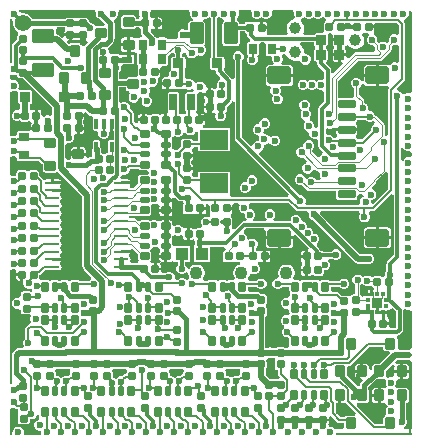
<source format=gbl>
G04*
G04 #@! TF.GenerationSoftware,Altium Limited,Altium Designer,22.9.1 (49)*
G04*
G04 Layer_Physical_Order=4*
G04 Layer_Color=7226777*
%FSLAX25Y25*%
%MOIN*%
G70*
G04*
G04 #@! TF.SameCoordinates,FBD9B802-E2C1-45FA-B2A8-6E124328931A*
G04*
G04*
G04 #@! TF.FilePolarity,Positive*
G04*
G01*
G75*
%ADD10C,0.00787*%
%ADD11C,0.00984*%
%ADD12C,0.00591*%
%ADD18C,0.01968*%
G04:AMPARAMS|DCode=24|XSize=27.56mil|YSize=23.62mil|CornerRadius=2.36mil|HoleSize=0mil|Usage=FLASHONLY|Rotation=90.000|XOffset=0mil|YOffset=0mil|HoleType=Round|Shape=RoundedRectangle|*
%AMROUNDEDRECTD24*
21,1,0.02756,0.01890,0,0,90.0*
21,1,0.02284,0.02362,0,0,90.0*
1,1,0.00472,0.00945,0.01142*
1,1,0.00472,0.00945,-0.01142*
1,1,0.00472,-0.00945,-0.01142*
1,1,0.00472,-0.00945,0.01142*
%
%ADD24ROUNDEDRECTD24*%
G04:AMPARAMS|DCode=25|XSize=25.59mil|YSize=31.5mil|CornerRadius=2.56mil|HoleSize=0mil|Usage=FLASHONLY|Rotation=270.000|XOffset=0mil|YOffset=0mil|HoleType=Round|Shape=RoundedRectangle|*
%AMROUNDEDRECTD25*
21,1,0.02559,0.02638,0,0,270.0*
21,1,0.02047,0.03150,0,0,270.0*
1,1,0.00512,-0.01319,-0.01024*
1,1,0.00512,-0.01319,0.01024*
1,1,0.00512,0.01319,0.01024*
1,1,0.00512,0.01319,-0.01024*
%
%ADD25ROUNDEDRECTD25*%
G04:AMPARAMS|DCode=26|XSize=17.72mil|YSize=31.5mil|CornerRadius=1.77mil|HoleSize=0mil|Usage=FLASHONLY|Rotation=270.000|XOffset=0mil|YOffset=0mil|HoleType=Round|Shape=RoundedRectangle|*
%AMROUNDEDRECTD26*
21,1,0.01772,0.02795,0,0,270.0*
21,1,0.01417,0.03150,0,0,270.0*
1,1,0.00354,-0.01398,-0.00709*
1,1,0.00354,-0.01398,0.00709*
1,1,0.00354,0.01398,0.00709*
1,1,0.00354,0.01398,-0.00709*
%
%ADD26ROUNDEDRECTD26*%
G04:AMPARAMS|DCode=27|XSize=27.56mil|YSize=36.22mil|CornerRadius=2.76mil|HoleSize=0mil|Usage=FLASHONLY|Rotation=0.000|XOffset=0mil|YOffset=0mil|HoleType=Round|Shape=RoundedRectangle|*
%AMROUNDEDRECTD27*
21,1,0.02756,0.03071,0,0,0.0*
21,1,0.02205,0.03622,0,0,0.0*
1,1,0.00551,0.01102,-0.01535*
1,1,0.00551,-0.01102,-0.01535*
1,1,0.00551,-0.01102,0.01535*
1,1,0.00551,0.01102,0.01535*
%
%ADD27ROUNDEDRECTD27*%
G04:AMPARAMS|DCode=28|XSize=27.56mil|YSize=23.62mil|CornerRadius=2.36mil|HoleSize=0mil|Usage=FLASHONLY|Rotation=180.000|XOffset=0mil|YOffset=0mil|HoleType=Round|Shape=RoundedRectangle|*
%AMROUNDEDRECTD28*
21,1,0.02756,0.01890,0,0,180.0*
21,1,0.02284,0.02362,0,0,180.0*
1,1,0.00472,-0.01142,0.00945*
1,1,0.00472,0.01142,0.00945*
1,1,0.00472,0.01142,-0.00945*
1,1,0.00472,-0.01142,-0.00945*
%
%ADD28ROUNDEDRECTD28*%
G04:AMPARAMS|DCode=38|XSize=35.43mil|YSize=37.4mil|CornerRadius=3.54mil|HoleSize=0mil|Usage=FLASHONLY|Rotation=270.000|XOffset=0mil|YOffset=0mil|HoleType=Round|Shape=RoundedRectangle|*
%AMROUNDEDRECTD38*
21,1,0.03543,0.03032,0,0,270.0*
21,1,0.02835,0.03740,0,0,270.0*
1,1,0.00709,-0.01516,-0.01417*
1,1,0.00709,-0.01516,0.01417*
1,1,0.00709,0.01516,0.01417*
1,1,0.00709,0.01516,-0.01417*
%
%ADD38ROUNDEDRECTD38*%
G04:AMPARAMS|DCode=39|XSize=35.43mil|YSize=37.4mil|CornerRadius=3.54mil|HoleSize=0mil|Usage=FLASHONLY|Rotation=270.000|XOffset=0mil|YOffset=0mil|HoleType=Round|Shape=RoundedRectangle|*
%AMROUNDEDRECTD39*
21,1,0.03543,0.03032,0,0,270.0*
21,1,0.02835,0.03740,0,0,270.0*
1,1,0.00709,-0.01516,-0.01417*
1,1,0.00709,-0.01516,0.01417*
1,1,0.00709,0.01516,0.01417*
1,1,0.00709,0.01516,-0.01417*
%
%ADD39ROUNDEDRECTD39*%
%ADD43R,0.00787X0.01575*%
%ADD44R,0.00787X0.14567*%
%ADD45R,0.00787X0.27559*%
%ADD46R,0.00787X0.24803*%
%ADD47R,0.05512X0.00787*%
%ADD48R,0.25197X0.00787*%
%ADD49R,0.00787X0.06299*%
%ADD50R,0.00787X0.09055*%
%ADD51R,0.00787X0.38189*%
%ADD52R,0.07087X0.00787*%
%ADD53R,0.00787X0.12992*%
%ADD54R,0.06693X0.00787*%
%ADD55R,0.12992X0.00787*%
%ADD56R,0.03937X0.00787*%
%ADD87C,0.00492*%
%ADD88C,0.01575*%
%ADD89C,0.01181*%
%ADD90C,0.01260*%
%ADD92C,0.03900*%
%ADD93C,0.04331*%
%ADD94C,0.02362*%
%ADD95C,0.05512*%
G04:AMPARAMS|DCode=96|XSize=35.83mil|YSize=33.47mil|CornerRadius=3.35mil|HoleSize=0mil|Usage=FLASHONLY|Rotation=0.000|XOffset=0mil|YOffset=0mil|HoleType=Round|Shape=RoundedRectangle|*
%AMROUNDEDRECTD96*
21,1,0.03583,0.02677,0,0,0.0*
21,1,0.02913,0.03347,0,0,0.0*
1,1,0.00669,0.01457,-0.01339*
1,1,0.00669,-0.01457,-0.01339*
1,1,0.00669,-0.01457,0.01339*
1,1,0.00669,0.01457,0.01339*
%
%ADD96ROUNDEDRECTD96*%
%ADD97R,0.01968X0.01968*%
%ADD98R,0.09449X0.06693*%
G04:AMPARAMS|DCode=99|XSize=27.56mil|YSize=55.12mil|CornerRadius=2.76mil|HoleSize=0mil|Usage=FLASHONLY|Rotation=0.000|XOffset=0mil|YOffset=0mil|HoleType=Round|Shape=RoundedRectangle|*
%AMROUNDEDRECTD99*
21,1,0.02756,0.04961,0,0,0.0*
21,1,0.02205,0.05512,0,0,0.0*
1,1,0.00551,0.01102,-0.02480*
1,1,0.00551,-0.01102,-0.02480*
1,1,0.00551,-0.01102,0.02480*
1,1,0.00551,0.01102,0.02480*
%
%ADD99ROUNDEDRECTD99*%
G04:AMPARAMS|DCode=100|XSize=70.87mil|YSize=45.28mil|CornerRadius=4.53mil|HoleSize=0mil|Usage=FLASHONLY|Rotation=0.000|XOffset=0mil|YOffset=0mil|HoleType=Round|Shape=RoundedRectangle|*
%AMROUNDEDRECTD100*
21,1,0.07087,0.03622,0,0,0.0*
21,1,0.06181,0.04528,0,0,0.0*
1,1,0.00906,0.03091,-0.01811*
1,1,0.00906,-0.03091,-0.01811*
1,1,0.00906,-0.03091,0.01811*
1,1,0.00906,0.03091,0.01811*
%
%ADD100ROUNDEDRECTD100*%
G04:AMPARAMS|DCode=101|XSize=33.47mil|YSize=33.47mil|CornerRadius=3.35mil|HoleSize=0mil|Usage=FLASHONLY|Rotation=0.000|XOffset=0mil|YOffset=0mil|HoleType=Round|Shape=RoundedRectangle|*
%AMROUNDEDRECTD101*
21,1,0.03347,0.02677,0,0,0.0*
21,1,0.02677,0.03347,0,0,0.0*
1,1,0.00669,0.01339,-0.01339*
1,1,0.00669,-0.01339,-0.01339*
1,1,0.00669,-0.01339,0.01339*
1,1,0.00669,0.01339,0.01339*
%
%ADD101ROUNDEDRECTD101*%
G04:AMPARAMS|DCode=102|XSize=59.06mil|YSize=25.59mil|CornerRadius=2.56mil|HoleSize=0mil|Usage=FLASHONLY|Rotation=180.000|XOffset=0mil|YOffset=0mil|HoleType=Round|Shape=RoundedRectangle|*
%AMROUNDEDRECTD102*
21,1,0.05906,0.02047,0,0,180.0*
21,1,0.05394,0.02559,0,0,180.0*
1,1,0.00512,-0.02697,0.01024*
1,1,0.00512,0.02697,0.01024*
1,1,0.00512,0.02697,-0.01024*
1,1,0.00512,-0.02697,-0.01024*
%
%ADD102ROUNDEDRECTD102*%
G04:AMPARAMS|DCode=103|XSize=78.74mil|YSize=57.09mil|CornerRadius=5.71mil|HoleSize=0mil|Usage=FLASHONLY|Rotation=180.000|XOffset=0mil|YOffset=0mil|HoleType=Round|Shape=RoundedRectangle|*
%AMROUNDEDRECTD103*
21,1,0.07874,0.04567,0,0,180.0*
21,1,0.06732,0.05709,0,0,180.0*
1,1,0.01142,-0.03366,0.02284*
1,1,0.01142,0.03366,0.02284*
1,1,0.01142,0.03366,-0.02284*
1,1,0.01142,-0.03366,-0.02284*
%
%ADD103ROUNDEDRECTD103*%
G04:AMPARAMS|DCode=104|XSize=25.59mil|YSize=31.5mil|CornerRadius=2.56mil|HoleSize=0mil|Usage=FLASHONLY|Rotation=180.000|XOffset=0mil|YOffset=0mil|HoleType=Round|Shape=RoundedRectangle|*
%AMROUNDEDRECTD104*
21,1,0.02559,0.02638,0,0,180.0*
21,1,0.02047,0.03150,0,0,180.0*
1,1,0.00512,-0.01024,0.01319*
1,1,0.00512,0.01024,0.01319*
1,1,0.00512,0.01024,-0.01319*
1,1,0.00512,-0.01024,-0.01319*
%
%ADD104ROUNDEDRECTD104*%
G04:AMPARAMS|DCode=105|XSize=17.72mil|YSize=31.5mil|CornerRadius=1.77mil|HoleSize=0mil|Usage=FLASHONLY|Rotation=180.000|XOffset=0mil|YOffset=0mil|HoleType=Round|Shape=RoundedRectangle|*
%AMROUNDEDRECTD105*
21,1,0.01772,0.02795,0,0,180.0*
21,1,0.01417,0.03150,0,0,180.0*
1,1,0.00354,-0.00709,0.01398*
1,1,0.00354,0.00709,0.01398*
1,1,0.00354,0.00709,-0.01398*
1,1,0.00354,-0.00709,-0.01398*
%
%ADD105ROUNDEDRECTD105*%
G04:AMPARAMS|DCode=106|XSize=27.56mil|YSize=36.22mil|CornerRadius=2.76mil|HoleSize=0mil|Usage=FLASHONLY|Rotation=90.000|XOffset=0mil|YOffset=0mil|HoleType=Round|Shape=RoundedRectangle|*
%AMROUNDEDRECTD106*
21,1,0.02756,0.03071,0,0,90.0*
21,1,0.02205,0.03622,0,0,90.0*
1,1,0.00551,0.01535,0.01102*
1,1,0.00551,0.01535,-0.01102*
1,1,0.00551,-0.01535,-0.01102*
1,1,0.00551,-0.01535,0.01102*
%
%ADD106ROUNDEDRECTD106*%
%ADD107O,0.04961X0.00984*%
G04:AMPARAMS|DCode=108|XSize=35.43mil|YSize=37.4mil|CornerRadius=3.54mil|HoleSize=0mil|Usage=FLASHONLY|Rotation=0.000|XOffset=0mil|YOffset=0mil|HoleType=Round|Shape=RoundedRectangle|*
%AMROUNDEDRECTD108*
21,1,0.03543,0.03032,0,0,0.0*
21,1,0.02835,0.03740,0,0,0.0*
1,1,0.00709,0.01417,-0.01516*
1,1,0.00709,-0.01417,-0.01516*
1,1,0.00709,-0.01417,0.01516*
1,1,0.00709,0.01417,0.01516*
%
%ADD108ROUNDEDRECTD108*%
G04:AMPARAMS|DCode=109|XSize=35.43mil|YSize=37.4mil|CornerRadius=3.54mil|HoleSize=0mil|Usage=FLASHONLY|Rotation=0.000|XOffset=0mil|YOffset=0mil|HoleType=Round|Shape=RoundedRectangle|*
%AMROUNDEDRECTD109*
21,1,0.03543,0.03032,0,0,0.0*
21,1,0.02835,0.03740,0,0,0.0*
1,1,0.00709,0.01417,-0.01516*
1,1,0.00709,-0.01417,-0.01516*
1,1,0.00709,-0.01417,0.01516*
1,1,0.00709,0.01417,0.01516*
%
%ADD109ROUNDEDRECTD109*%
%ADD110R,0.01378X0.01476*%
%ADD111R,0.01476X0.01378*%
G04:AMPARAMS|DCode=112|XSize=12.6mil|YSize=31.5mil|CornerRadius=1.26mil|HoleSize=0mil|Usage=FLASHONLY|Rotation=180.000|XOffset=0mil|YOffset=0mil|HoleType=Round|Shape=RoundedRectangle|*
%AMROUNDEDRECTD112*
21,1,0.01260,0.02898,0,0,180.0*
21,1,0.01008,0.03150,0,0,180.0*
1,1,0.00252,-0.00504,0.01449*
1,1,0.00252,0.00504,0.01449*
1,1,0.00252,0.00504,-0.01449*
1,1,0.00252,-0.00504,-0.01449*
%
%ADD112ROUNDEDRECTD112*%
G04:AMPARAMS|DCode=113|XSize=70.87mil|YSize=45.28mil|CornerRadius=4.53mil|HoleSize=0mil|Usage=FLASHONLY|Rotation=90.000|XOffset=0mil|YOffset=0mil|HoleType=Round|Shape=RoundedRectangle|*
%AMROUNDEDRECTD113*
21,1,0.07087,0.03622,0,0,90.0*
21,1,0.06181,0.04528,0,0,90.0*
1,1,0.00906,0.01811,0.03091*
1,1,0.00906,0.01811,-0.03091*
1,1,0.00906,-0.01811,-0.03091*
1,1,0.00906,-0.01811,0.03091*
%
%ADD113ROUNDEDRECTD113*%
%ADD114R,0.03937X0.04331*%
G36*
X43127Y140945D02*
X43110Y140904D01*
Y140199D01*
X43315Y139705D01*
X43062Y139172D01*
X42870Y138944D01*
X42036D01*
Y139154D01*
X41963Y139522D01*
X41754Y139835D01*
X41442Y140044D01*
X41073Y140117D01*
X38041D01*
X37673Y140044D01*
X37360Y139835D01*
X37151Y139522D01*
X37078Y139154D01*
Y136319D01*
X37151Y135950D01*
X37360Y135638D01*
X37673Y135429D01*
X38041Y135355D01*
X41073D01*
X41442Y135429D01*
X41754Y135638D01*
X41963Y135950D01*
X42000Y136134D01*
X43107D01*
X43158Y135878D01*
X43341Y135605D01*
X43600Y135431D01*
Y134340D01*
X43707Y133802D01*
X43961Y133423D01*
X43839Y132929D01*
X43717Y132635D01*
X43189D01*
X42851Y132568D01*
X42630Y132420D01*
X42469Y132374D01*
X41783Y132355D01*
X41692Y132396D01*
X41442Y132563D01*
X41073Y132637D01*
X40049D01*
Y130256D01*
Y127875D01*
X41073D01*
X41442Y127948D01*
X42208Y127602D01*
X42339Y127291D01*
X42306Y127126D01*
Y124055D01*
X42373Y123717D01*
X42415Y123655D01*
X42794Y123080D01*
X42666Y122724D01*
X42602Y122402D01*
Y120167D01*
X42600Y120117D01*
X42075Y119465D01*
X41998Y119422D01*
X39553D01*
X39184Y119349D01*
X38872Y119140D01*
X38740Y118942D01*
X36371D01*
Y121059D01*
X36835Y121523D01*
X37105Y122174D01*
Y122879D01*
X37650Y123622D01*
X41339D01*
Y126772D01*
X36614D01*
X36614Y126772D01*
Y126772D01*
X36540Y126874D01*
X36496Y126935D01*
X36222Y127117D01*
X36222Y127117D01*
X35900Y127181D01*
X34010D01*
X33687Y127117D01*
X33568Y127038D01*
X32892Y127463D01*
X32907Y127499D01*
Y128203D01*
X32637Y128855D01*
X33072Y129533D01*
X34448Y130909D01*
X34753Y131364D01*
X34860Y131902D01*
Y137411D01*
X34753Y137949D01*
X34698Y138031D01*
X34692Y138077D01*
X34960Y138898D01*
X35011Y138948D01*
X35256Y139049D01*
X35754Y139548D01*
X36024Y140199D01*
Y140904D01*
X36007Y140945D01*
X36533Y141732D01*
X42601D01*
X43127Y140945D01*
D02*
G37*
G36*
X94702D02*
X94685Y140904D01*
Y140199D01*
X94955Y139548D01*
X95088Y139415D01*
X94762Y138627D01*
X94732D01*
X93986Y138427D01*
X93317Y138041D01*
X92770Y137495D01*
X92384Y136826D01*
X92184Y136079D01*
Y135307D01*
X92384Y134560D01*
X92593Y134198D01*
X92202Y133411D01*
X85751D01*
X85527Y133955D01*
X85475Y134198D01*
X85628Y134427D01*
X85692Y134749D01*
Y135399D01*
X83904D01*
Y135891D01*
X83412D01*
Y137876D01*
X82959D01*
X82636Y137812D01*
X82377Y137638D01*
X82354Y137629D01*
X81516D01*
X81494Y137638D01*
X81235Y137812D01*
X80912Y137876D01*
X79022D01*
X78699Y137812D01*
X78426Y137629D01*
X78243Y137355D01*
X78192Y137095D01*
X76510D01*
X76436Y137468D01*
X76205Y137813D01*
X75860Y138043D01*
X75614Y138092D01*
Y139250D01*
X75911Y139548D01*
X76181Y140199D01*
Y140904D01*
X76164Y140945D01*
X76690Y141732D01*
X80003D01*
X80529Y140945D01*
X80512Y140904D01*
Y140199D01*
X80782Y139548D01*
X81280Y139049D01*
X81931Y138779D01*
X82636D01*
X83287Y139049D01*
X83344Y139106D01*
X83858Y139493D01*
X84373Y139106D01*
X84430Y139049D01*
X85081Y138779D01*
X85786D01*
X86437Y139049D01*
X86935Y139548D01*
X87205Y140199D01*
Y140904D01*
X87188Y140945D01*
X87714Y141732D01*
X94176D01*
X94702Y140945D01*
D02*
G37*
G36*
X28560D02*
X28543Y140904D01*
Y140199D01*
X28813Y139548D01*
X29311Y139049D01*
X29963Y138779D01*
X30100D01*
X31715Y137164D01*
X31389Y136377D01*
X28789D01*
X28438Y136307D01*
X28282Y136684D01*
X27783Y137182D01*
X27132Y137452D01*
X26995D01*
X26445Y138001D01*
X26197Y138167D01*
Y138347D01*
X26133Y138669D01*
X25950Y138943D01*
X25677Y139125D01*
X25354Y139189D01*
X23071D01*
X22748Y139125D01*
X22605Y139029D01*
X22146Y138979D01*
X21687Y139029D01*
X21543Y139125D01*
X21220Y139189D01*
X18937D01*
X18614Y139125D01*
X18341Y138943D01*
X18250Y138806D01*
X7384D01*
X7009Y139456D01*
X6385Y140079D01*
X5622Y140520D01*
X4771Y140748D01*
X3890D01*
X3740Y140708D01*
X3726Y140711D01*
X3636Y140945D01*
X4176Y141732D01*
X28034D01*
X28560Y140945D01*
D02*
G37*
G36*
X60057D02*
X60039Y140904D01*
Y140199D01*
X60309Y139548D01*
X60807Y139049D01*
X61140Y138912D01*
X60983Y138124D01*
X60413D01*
X60006Y138043D01*
X59661Y137813D01*
X59431Y137468D01*
X59350Y137061D01*
Y135213D01*
X58379D01*
X57978Y135379D01*
X57273D01*
X56622Y135110D01*
X56124Y134611D01*
X55854Y133960D01*
Y133255D01*
X55999Y132905D01*
X55582Y132117D01*
X52491D01*
X52317Y132376D01*
X52031Y132568D01*
X51693Y132635D01*
X49488D01*
X49183Y132574D01*
X49150Y132568D01*
X48329Y132873D01*
X48316Y132885D01*
X48185Y133081D01*
X48075Y133191D01*
X47942Y133390D01*
X47000Y134332D01*
X47006Y135401D01*
X47212Y135605D01*
X47269D01*
X47292Y135596D01*
X47551Y135422D01*
X47874Y135358D01*
X48327D01*
Y137343D01*
Y139327D01*
X47874D01*
X47551Y139263D01*
X46705Y139521D01*
X46516Y139868D01*
X46654Y140199D01*
Y140904D01*
X46636Y140945D01*
X47163Y141732D01*
X59530D01*
X60057Y140945D01*
D02*
G37*
G36*
X129607Y136789D02*
Y133967D01*
X128819Y133530D01*
X128502Y133661D01*
X127797D01*
X127146Y133392D01*
X126648Y132893D01*
X126378Y132242D01*
Y131537D01*
X126440Y131387D01*
X125719Y130666D01*
X125405Y130980D01*
X124754Y131250D01*
X124049D01*
X123398Y130980D01*
X123097Y130679D01*
X123085Y130680D01*
X122379Y131387D01*
X122441Y131537D01*
Y132242D01*
X122171Y132893D01*
X121673Y133392D01*
X121305Y133544D01*
X121188Y134389D01*
X121193Y134392D01*
X121376Y134666D01*
X121440Y134988D01*
Y135638D01*
X119652D01*
Y136622D01*
X121440D01*
Y137272D01*
X121600Y137467D01*
X128929D01*
X129607Y136789D01*
D02*
G37*
G36*
X98546Y139106D02*
X98603Y139049D01*
X99254Y138779D01*
X99959D01*
X100610Y139049D01*
X100667Y139106D01*
X101181Y139493D01*
X101696Y139106D01*
X101752Y139049D01*
X102403Y138779D01*
X103108D01*
X103760Y139049D01*
X103816Y139106D01*
X104331Y139493D01*
X104845Y139106D01*
X104902Y139049D01*
X105296Y138886D01*
X105216Y138067D01*
X105132Y138050D01*
X104858Y137868D01*
X104676Y137594D01*
X104612Y137272D01*
Y134988D01*
X104623Y134930D01*
X104230Y134275D01*
X104078Y134142D01*
X102244D01*
X101883Y134071D01*
X101577Y133866D01*
X101373Y133560D01*
X101343Y133411D01*
X98035D01*
X97643Y134198D01*
X97852Y134560D01*
X98052Y135307D01*
Y136079D01*
X97852Y136826D01*
X97466Y137495D01*
X96922Y138039D01*
X96911Y138111D01*
X97046Y138877D01*
X97460Y139049D01*
X97517Y139106D01*
X98032Y139493D01*
X98546Y139106D01*
D02*
G37*
G36*
X1021Y138006D02*
X1025Y137992D01*
X984Y137842D01*
Y136961D01*
X1212Y136110D01*
X1653Y135347D01*
X2276Y134724D01*
X2479Y134606D01*
X2549Y134386D01*
X2596Y133630D01*
X2544Y133551D01*
X2479Y133228D01*
Y132199D01*
X1019Y130738D01*
X787Y130392D01*
X729Y130383D01*
X0Y130759D01*
Y137556D01*
X787Y138096D01*
X1021Y138006D01*
D02*
G37*
G36*
X129607Y129813D02*
Y124662D01*
X128819Y124198D01*
X128547Y124311D01*
X127842D01*
X127191Y124041D01*
X126693Y123543D01*
X126667Y123481D01*
X126260Y123358D01*
X125807Y123448D01*
X122933D01*
Y119980D01*
X122441D01*
D01*
X122933D01*
Y116513D01*
X125807D01*
X125910Y116533D01*
X126285Y115913D01*
X126310Y115810D01*
X126111Y115513D01*
X126035Y115129D01*
Y100299D01*
X125273Y99780D01*
X125039Y99858D01*
X124826Y100042D01*
Y103364D01*
X124761Y103691D01*
X124576Y103967D01*
X121977Y106566D01*
X121701Y106751D01*
X121560Y106779D01*
X121384Y107204D01*
X120885Y107703D01*
X120234Y107972D01*
X119891D01*
X119353Y108649D01*
X119340Y108700D01*
X119368Y108767D01*
Y109472D01*
X119098Y110123D01*
X118600Y110622D01*
X118089Y110833D01*
Y111469D01*
X118025Y111795D01*
X117840Y112072D01*
X116306Y113605D01*
Y115857D01*
X116456Y115919D01*
X116955Y116418D01*
X117224Y117069D01*
X117872Y117219D01*
X118012Y117197D01*
X118237Y116859D01*
X118622Y116603D01*
X119075Y116513D01*
X121949D01*
Y119488D01*
X117891D01*
Y118223D01*
X117103Y118066D01*
X116955Y118425D01*
X116456Y118923D01*
X115805Y119193D01*
X115100D01*
X114449Y118923D01*
X113951Y118425D01*
X113681Y117774D01*
Y117069D01*
X113951Y116418D01*
X114449Y115919D01*
X114600Y115857D01*
Y113252D01*
X114133Y112578D01*
X114008Y112497D01*
X109508D01*
X109367Y112613D01*
Y118270D01*
X115933Y124836D01*
X123327D01*
X123653Y124901D01*
X123930Y125086D01*
X126924Y128080D01*
X127109Y128357D01*
X127174Y128683D01*
Y129624D01*
X127790Y130121D01*
X127797Y130118D01*
X128502D01*
X128819Y130250D01*
X129607Y129813D01*
D02*
G37*
G36*
X18332Y135874D02*
X18341Y135852D01*
Y135014D01*
X18332Y134992D01*
X18158Y134732D01*
X18094Y134409D01*
Y133957D01*
X20079D01*
Y133465D01*
X20571D01*
Y131677D01*
X21220D01*
X21543Y131741D01*
X21630Y131799D01*
X21837Y131924D01*
X22454D01*
X22662Y131799D01*
X22748Y131741D01*
X23071Y131677D01*
X23720D01*
Y133465D01*
X24705D01*
Y131677D01*
X25354D01*
X25483Y131702D01*
X25927Y131033D01*
X25132Y130238D01*
X24828Y129782D01*
X24821Y129746D01*
X24034Y129744D01*
X23961Y130113D01*
X23752Y130425D01*
X23439Y130634D01*
X23071Y130708D01*
X20236D01*
X19868Y130634D01*
X19555Y130425D01*
X19451Y130415D01*
X18948Y130994D01*
X19246Y131677D01*
X19587D01*
Y132973D01*
X18094D01*
Y132829D01*
X17319Y132490D01*
X16697Y133113D01*
X16176Y133460D01*
X15561Y133583D01*
X15178Y134202D01*
Y135068D01*
X15150Y135209D01*
X15544Y135864D01*
X15695Y135997D01*
X18250D01*
X18332Y135874D01*
D02*
G37*
G36*
X118125Y134383D02*
X118385Y134209D01*
X118707Y134145D01*
X119427D01*
X119621Y133533D01*
X119632Y133358D01*
X119167Y132893D01*
X118898Y132242D01*
Y131537D01*
X119167Y130886D01*
X119666Y130388D01*
X120317Y130118D01*
X121022D01*
X121629Y129609D01*
Y128683D01*
X121629Y128683D01*
X121683Y128413D01*
X121678Y128331D01*
X121249Y127626D01*
X115131D01*
X114804Y127561D01*
X114527Y127376D01*
X112873Y125721D01*
X112085Y126047D01*
Y126378D01*
X110295D01*
Y124588D01*
X110626D01*
X110952Y123801D01*
X107784Y120633D01*
X107057Y120934D01*
Y121776D01*
X107057Y121776D01*
X106965Y122237D01*
X106704Y122627D01*
X106704Y122627D01*
X105441Y123891D01*
X105411Y124034D01*
X105584Y124861D01*
X105588Y124864D01*
X105793Y125171D01*
X105865Y125531D01*
Y128209D01*
X105793Y128570D01*
X105588Y128876D01*
X105510Y128928D01*
X105480Y129023D01*
Y129707D01*
X105510Y129803D01*
X105588Y129855D01*
X105793Y130161D01*
X105865Y130522D01*
Y133199D01*
X105833Y133358D01*
X106172Y133959D01*
X106284Y134077D01*
X107102D01*
X107279Y133890D01*
X107516Y133535D01*
X107558Y133385D01*
X107521Y133199D01*
Y132352D01*
X109803D01*
Y131368D01*
X107521D01*
Y130522D01*
X107593Y130161D01*
X107798Y129855D01*
X107876Y129803D01*
X107906Y129707D01*
Y129023D01*
X107876Y128928D01*
X107798Y128876D01*
X107593Y128570D01*
X107521Y128209D01*
Y127362D01*
X112085D01*
Y128209D01*
X112013Y128570D01*
X111809Y128876D01*
X111731Y128928D01*
X111701Y129023D01*
Y129707D01*
X111731Y129803D01*
X111809Y129855D01*
X111848Y129914D01*
X112634Y129974D01*
X112741Y129941D01*
X112770Y129891D01*
X113317Y129345D01*
X113986Y128959D01*
X114732Y128759D01*
X115505D01*
X116251Y128959D01*
X116920Y129345D01*
X117466Y129891D01*
X117852Y130560D01*
X118052Y131307D01*
Y132079D01*
X117852Y132826D01*
X117466Y133495D01*
X117409Y133552D01*
X117399Y133605D01*
X118056Y134392D01*
X118103D01*
X118125Y134383D01*
D02*
G37*
G36*
X67107Y139030D02*
Y126058D01*
X66990Y125980D01*
X66786Y125674D01*
X66714Y125313D01*
Y122636D01*
X66786Y122275D01*
X66990Y121969D01*
X67296Y121764D01*
X67658Y121692D01*
X68043D01*
X68674Y121326D01*
X68765Y120865D01*
X69027Y120475D01*
X70099Y119403D01*
X69914Y118474D01*
X69800Y118426D01*
X69301Y117928D01*
X69032Y117277D01*
Y116572D01*
X69071Y116476D01*
X69115Y116225D01*
X68505Y115517D01*
X68085D01*
X68063Y115526D01*
X67803Y115700D01*
X67480Y115764D01*
X67028D01*
Y113779D01*
X66535D01*
Y113287D01*
X64748D01*
Y112638D01*
X64812Y112315D01*
X64985Y112055D01*
X64995Y112033D01*
Y111195D01*
X64985Y111173D01*
X64812Y110913D01*
X64748Y110591D01*
Y109941D01*
X66535D01*
Y109449D01*
X67028D01*
Y107464D01*
X67480D01*
X67803Y107528D01*
X67874Y107576D01*
X68510Y107053D01*
X68399Y106786D01*
Y106081D01*
X68669Y105430D01*
X69167Y104932D01*
X69818Y104662D01*
X70523D01*
X71174Y104932D01*
X71672Y105430D01*
X71942Y106081D01*
Y106786D01*
X71942Y106788D01*
X71748Y107498D01*
X72013Y107711D01*
X72196Y107984D01*
X72260Y108307D01*
Y109534D01*
X73958Y111231D01*
X74091Y111431D01*
X74878Y111209D01*
Y98997D01*
X74878Y98997D01*
X74970Y98537D01*
X75231Y98146D01*
X93064Y80313D01*
X92738Y79525D01*
X73768D01*
X73204Y80065D01*
Y87939D01*
X62574D01*
Y86042D01*
X60900D01*
X60848Y86306D01*
X60674Y86566D01*
X60665Y86588D01*
Y87426D01*
X60674Y87449D01*
X60848Y87708D01*
X60912Y88031D01*
Y88484D01*
X58927D01*
Y89468D01*
X60912D01*
Y89921D01*
X60848Y90243D01*
X60665Y90517D01*
X60411Y90687D01*
X60391Y90802D01*
Y91383D01*
X60411Y91498D01*
X60665Y91668D01*
X60848Y91942D01*
X60912Y92264D01*
Y92717D01*
X58927D01*
Y93701D01*
X60912D01*
Y94154D01*
X60848Y94477D01*
X60674Y94736D01*
X60665Y94759D01*
Y95453D01*
X61226Y96143D01*
X62574D01*
Y94632D01*
X73204D01*
Y102506D01*
X64366D01*
X64288Y103293D01*
X64372Y103310D01*
X64646Y103493D01*
X64828Y103766D01*
X64893Y104089D01*
Y104738D01*
X63105D01*
Y105230D01*
X62613D01*
Y107215D01*
X62372D01*
X62089Y107973D01*
X62110Y107987D01*
X62301Y108274D01*
X62369Y108612D01*
Y113572D01*
X62321Y113813D01*
X62552Y114122D01*
X62906Y114423D01*
X63033Y114370D01*
X63738D01*
X63960Y114462D01*
X64264Y114272D01*
X66043D01*
Y115764D01*
X65885D01*
X65584Y115775D01*
X65158Y116481D01*
Y116494D01*
X64888Y117145D01*
X64389Y117644D01*
X63738Y117913D01*
X63033D01*
X62382Y117644D01*
X62264Y117525D01*
X62247Y117522D01*
X61381Y117756D01*
X61261Y118046D01*
X60763Y118544D01*
X60111Y118814D01*
X59407D01*
X59018Y118653D01*
X58343Y118992D01*
X58231Y119114D01*
Y121959D01*
X58246Y121969D01*
X58450Y122275D01*
X58522Y122636D01*
Y125313D01*
X58450Y125674D01*
X58246Y125980D01*
X57940Y126184D01*
X57579Y126256D01*
X57315D01*
Y127071D01*
X57600Y127357D01*
X58486Y127462D01*
X58765Y127256D01*
Y127050D01*
X59035Y126399D01*
X59533Y125900D01*
X60184Y125631D01*
X60889D01*
X61540Y125900D01*
X62038Y126399D01*
X62985Y126627D01*
X63151Y126559D01*
X63856D01*
X64507Y126829D01*
X65005Y127327D01*
X65275Y127978D01*
Y128683D01*
X65005Y129334D01*
X64788Y130127D01*
X65018Y130472D01*
X65099Y130879D01*
Y137061D01*
X65018Y137468D01*
X64788Y137813D01*
X64443Y138043D01*
X64428Y138067D01*
X64707Y138779D01*
X65313D01*
X65964Y139049D01*
X66021Y139106D01*
X66488Y139457D01*
X67107Y139030D01*
D02*
G37*
G36*
X2003Y120208D02*
X2464Y120116D01*
X2477Y119859D01*
X2479Y119812D01*
X2544Y119489D01*
X2726Y119216D01*
X3000Y119033D01*
X3322Y118969D01*
X4178D01*
X13995Y109152D01*
Y107140D01*
X13208Y106620D01*
X13032Y106693D01*
X12327D01*
X11676Y106423D01*
X11345Y106092D01*
X10571Y106324D01*
X10557Y106333D01*
Y107734D01*
X10493Y108057D01*
X10311Y108330D01*
X10037Y108513D01*
X9714Y108577D01*
X9262D01*
Y106592D01*
X8277D01*
Y108577D01*
X7825D01*
X7502Y108513D01*
X7328Y108397D01*
X6910Y108510D01*
X6540Y108718D01*
Y110501D01*
X6855Y110563D01*
X7161Y110768D01*
X7365Y111074D01*
X7437Y111435D01*
Y114112D01*
X7365Y114473D01*
X7161Y114779D01*
X6855Y114984D01*
X6494Y115055D01*
X3581D01*
X3246Y114989D01*
X3153Y115052D01*
X2781Y115432D01*
X2706Y115588D01*
X2953Y116183D01*
Y116888D01*
X2683Y117539D01*
X2185Y118037D01*
X1534Y118307D01*
X829D01*
X787Y118290D01*
X0Y118816D01*
Y119767D01*
X787Y120293D01*
X829Y120276D01*
X1534D01*
X1760Y120370D01*
X2003Y120208D01*
D02*
G37*
G36*
X70199Y139106D02*
X70256Y139049D01*
X70907Y138779D01*
X71351Y138048D01*
X71347Y137992D01*
X71079Y137813D01*
X70848Y137468D01*
X70767Y137061D01*
Y130879D01*
X70848Y130472D01*
X71079Y130127D01*
X71424Y129897D01*
X71831Y129816D01*
X75453D01*
X75860Y129897D01*
X76205Y130127D01*
X76436Y130472D01*
X76516Y130879D01*
Y134687D01*
X78192D01*
X78243Y134427D01*
X78426Y134153D01*
X78699Y133971D01*
X78993Y133557D01*
X79085Y133097D01*
X79346Y132706D01*
X80007Y132044D01*
X79873Y131528D01*
X79701Y131237D01*
X79465Y131190D01*
X79179Y130999D01*
X78987Y130712D01*
X78920Y130374D01*
Y127303D01*
X78987Y126965D01*
X79179Y126679D01*
X79308Y126242D01*
X79038Y125591D01*
Y124886D01*
X79308Y124235D01*
X79806Y123737D01*
X80457Y123467D01*
X81162D01*
X81813Y123737D01*
X82311Y124235D01*
X82581Y124886D01*
Y125591D01*
X82523Y125731D01*
X82381Y126337D01*
X82632Y126679D01*
X82824Y126965D01*
X82891Y127303D01*
Y130374D01*
X83503Y131000D01*
X83508Y131002D01*
X84602D01*
X84607Y131000D01*
X85219Y130374D01*
Y127303D01*
X85286Y126965D01*
X85478Y126679D01*
X85764Y126487D01*
X86102Y126420D01*
X86987D01*
X87346Y125883D01*
Y125178D01*
X87616Y124527D01*
X87907Y124235D01*
X87615Y123448D01*
X86398D01*
X85944Y123358D01*
X85560Y123101D01*
X85304Y122717D01*
X85214Y122264D01*
Y120472D01*
X89764D01*
X94314D01*
Y122264D01*
X94224Y122717D01*
X93967Y123101D01*
X93583Y123358D01*
X93130Y123448D01*
X90619D01*
X90327Y124235D01*
X90619Y124527D01*
X90889Y125178D01*
Y125883D01*
X90749Y126221D01*
X91147Y126957D01*
X91211Y127008D01*
X91395D01*
X91443Y127028D01*
X92378Y126581D01*
X92384Y126560D01*
X92770Y125891D01*
X93317Y125345D01*
X93986Y124959D01*
X94732Y124759D01*
X95504D01*
X95957Y124880D01*
X96301Y124920D01*
X96927Y124440D01*
X96978Y124316D01*
X97477Y123818D01*
X98128Y123548D01*
X98833D01*
X99484Y123818D01*
X99982Y124316D01*
X100252Y124967D01*
Y125672D01*
X99982Y126323D01*
X99484Y126822D01*
X98833Y127091D01*
X98810D01*
X98107Y127291D01*
X98052Y127819D01*
Y128079D01*
X97852Y128826D01*
X97466Y129495D01*
X96920Y130041D01*
X96619Y130215D01*
X96830Y131002D01*
X101301D01*
Y130522D01*
X101373Y130161D01*
X101577Y129855D01*
X101655Y129803D01*
X101685Y129707D01*
Y129023D01*
X101655Y128928D01*
X101577Y128876D01*
X101373Y128570D01*
X101301Y128209D01*
Y125531D01*
X101373Y125171D01*
X101577Y124864D01*
X101883Y124660D01*
X102307Y124117D01*
X102399Y123656D01*
X102660Y123266D01*
X104648Y121277D01*
Y119172D01*
X103941Y118613D01*
X103236D01*
X102585Y118343D01*
X102135Y117892D01*
X101684Y118343D01*
X101033Y118613D01*
X100328D01*
X99677Y118343D01*
X99209Y117876D01*
X98742Y118343D01*
X98091Y118613D01*
X97386D01*
X96735Y118343D01*
X96236Y117845D01*
X95967Y117193D01*
Y116489D01*
X96236Y115838D01*
X96735Y115339D01*
X97386Y115069D01*
X98091D01*
X98742Y115339D01*
X99209Y115806D01*
X99677Y115339D01*
X100328Y115069D01*
X101033D01*
X101684Y115339D01*
X102135Y115790D01*
X102585Y115339D01*
X103236Y115069D01*
X103941D01*
X104648Y114510D01*
Y111344D01*
X103109Y109805D01*
X102848Y109415D01*
X102757Y108954D01*
X102757Y108954D01*
Y102849D01*
X101983Y102332D01*
X101378Y102797D01*
Y103502D01*
X101108Y104153D01*
X100610Y104651D01*
X100065Y104877D01*
X99897Y105333D01*
X99841Y105709D01*
X100106Y105973D01*
X100375Y106625D01*
Y107329D01*
X100106Y107981D01*
X99607Y108479D01*
X99530Y108867D01*
X99702Y109038D01*
X99972Y109689D01*
Y110394D01*
X99702Y111045D01*
X99203Y111544D01*
X98552Y111813D01*
X97847D01*
X97196Y111544D01*
X96698Y111045D01*
X96428Y110394D01*
Y109689D01*
X96698Y109038D01*
X97196Y108540D01*
X97012Y107764D01*
X96832Y107329D01*
Y106625D01*
X97102Y105973D01*
X97600Y105475D01*
X98145Y105249D01*
X98313Y104793D01*
X98369Y104418D01*
X98104Y104153D01*
X97835Y103502D01*
Y102797D01*
X98104Y102146D01*
X98603Y101648D01*
X99107Y101439D01*
X99754Y100942D01*
Y100237D01*
X100024Y99586D01*
X100522Y99088D01*
X101173Y98818D01*
X101878D01*
X101969Y98856D01*
X102757Y98330D01*
Y96485D01*
X102757Y96485D01*
X102848Y96024D01*
X103109Y95633D01*
X104219Y94524D01*
X104114Y93628D01*
X103616Y93129D01*
X103544Y92956D01*
X102619Y92768D01*
X100750Y94637D01*
Y95263D01*
X101091Y95603D01*
X101360Y96254D01*
Y96959D01*
X101091Y97610D01*
X100592Y98109D01*
X99941Y98378D01*
X99236D01*
X98585Y98109D01*
X98087Y97610D01*
X97817Y96959D01*
Y96851D01*
X97580Y96212D01*
X97089Y96124D01*
X96842D01*
X96191Y95854D01*
X95693Y95356D01*
X95423Y94705D01*
Y94000D01*
X95693Y93349D01*
X96191Y92850D01*
X96842Y92581D01*
X97547D01*
X97668Y92631D01*
X98823Y91475D01*
X98561Y90624D01*
X98209Y90478D01*
X97711Y89980D01*
X97441Y89329D01*
Y88624D01*
X97711Y87973D01*
X98209Y87475D01*
X98860Y87205D01*
X99565D01*
X100216Y87475D01*
X100715Y87973D01*
X100860Y88325D01*
X101712Y88587D01*
X101761Y88537D01*
X102038Y88352D01*
X102365Y88287D01*
X102609D01*
X103165Y87573D01*
Y86869D01*
X103435Y86217D01*
X103713Y85940D01*
X103400Y85153D01*
X102008D01*
X101945Y85303D01*
X101447Y85802D01*
X100796Y86071D01*
X100091D01*
X99440Y85802D01*
X99244Y85605D01*
X98990Y85614D01*
X98373Y85832D01*
X98186Y86282D01*
X97688Y86781D01*
X97037Y87050D01*
X96332D01*
X95681Y86781D01*
X95183Y86282D01*
X94913Y85631D01*
Y84926D01*
X95183Y84275D01*
X95681Y83777D01*
X96332Y83507D01*
X97037D01*
X97188Y83569D01*
X99047Y81710D01*
X99324Y81525D01*
X99650Y81460D01*
X108529D01*
X108645Y81319D01*
Y79272D01*
X108711Y78941D01*
X108898Y78661D01*
X109178Y78474D01*
X109508Y78409D01*
X114902D01*
X115232Y78474D01*
X115512Y78661D01*
X115699Y78941D01*
X115765Y79272D01*
Y79822D01*
X116244Y80529D01*
X117268D01*
X117830Y79751D01*
X117831Y79741D01*
X117771Y79567D01*
X117500Y79455D01*
X117002Y78956D01*
X116732Y78305D01*
Y77600D01*
X116782Y77480D01*
X116256Y76692D01*
X98845D01*
X98676Y76875D01*
X98396Y77480D01*
X98578Y77921D01*
Y78626D01*
X98309Y79277D01*
X97810Y79775D01*
X97159Y80045D01*
X96738D01*
X83025Y93758D01*
X83054Y94044D01*
X83279Y94618D01*
X83755Y94815D01*
X84253Y95314D01*
X84523Y95965D01*
Y96670D01*
X85011Y96857D01*
X85028D01*
X85680Y97127D01*
X85851Y97298D01*
X86759Y97157D01*
X86768Y97150D01*
X87260Y96658D01*
X87339Y96625D01*
X87911Y96388D01*
X88616D01*
X89267Y96658D01*
X89765Y97157D01*
X90035Y97808D01*
Y98512D01*
X89765Y99164D01*
X89267Y99662D01*
X88616Y99932D01*
X87911D01*
X87260Y99662D01*
X87089Y99491D01*
X86180Y99632D01*
X86171Y99639D01*
X85680Y100131D01*
X85600Y100163D01*
X85028Y100400D01*
X84872D01*
X84816Y100444D01*
X84411Y101188D01*
X84547Y101518D01*
Y102127D01*
X85210D01*
X85861Y102397D01*
X86360Y102895D01*
X86629Y103547D01*
Y104251D01*
X86360Y104903D01*
X85861Y105401D01*
X85210Y105671D01*
X84505D01*
X83854Y105401D01*
X83356Y104903D01*
X83086Y104251D01*
Y103642D01*
X82423D01*
X81772Y103372D01*
X81274Y102874D01*
X81004Y102223D01*
Y101518D01*
X81274Y100866D01*
X81772Y100368D01*
X82423Y100098D01*
X82580D01*
X82635Y100055D01*
X83041Y99311D01*
X82904Y98981D01*
Y98276D01*
X82779Y98089D01*
X82399D01*
X81748Y97819D01*
X81249Y97321D01*
X81052Y96845D01*
X80478Y96619D01*
X80192Y96591D01*
X77287Y99496D01*
Y124978D01*
X77585Y125276D01*
X77854Y125927D01*
Y126632D01*
X77585Y127283D01*
X77086Y127781D01*
X76435Y128051D01*
X75730D01*
X75079Y127781D01*
X74581Y127283D01*
X74311Y126632D01*
Y125927D01*
X74581Y125276D01*
X74878Y124978D01*
Y118972D01*
X74091Y118750D01*
X73958Y118950D01*
X71626Y121281D01*
X71238Y121969D01*
X71442Y122275D01*
X71514Y122636D01*
Y125313D01*
X71442Y125674D01*
X71238Y125980D01*
X70932Y126184D01*
X70571Y126256D01*
X69114D01*
Y139030D01*
X69732Y139457D01*
X70199Y139106D01*
D02*
G37*
G36*
X54597Y127357D02*
X54906Y127048D01*
Y126256D01*
X54665D01*
X54304Y126184D01*
X53998Y125980D01*
X53794Y125674D01*
X53722Y125313D01*
Y122636D01*
X53794Y122275D01*
X53759Y121849D01*
X53261Y121350D01*
X52991Y120699D01*
Y119994D01*
X52423Y119307D01*
X51417D01*
X51095Y119243D01*
X50821Y119061D01*
X50639Y118787D01*
X50574Y118465D01*
Y117815D01*
X52362D01*
Y117323D01*
X52854D01*
Y115338D01*
X53307D01*
X53630Y115402D01*
X53890Y115576D01*
X53912Y115585D01*
X54750D01*
X54772Y115576D01*
X55032Y115402D01*
X55354Y115338D01*
X57244D01*
X57567Y115402D01*
X57840Y115585D01*
X58706Y115585D01*
X58713Y115583D01*
X58755Y115541D01*
X59407Y115271D01*
X60111D01*
X60737Y115530D01*
X61092Y115375D01*
X61429Y115206D01*
X60862Y114455D01*
X59281D01*
X58943Y114388D01*
X58656Y114197D01*
X58465Y113910D01*
X58398Y113572D01*
Y108612D01*
X58465Y108274D01*
X58656Y107988D01*
Y107215D01*
X58223D01*
X57900Y107151D01*
X57426Y107048D01*
X57033Y107205D01*
X56710Y107269D01*
X56247D01*
Y108051D01*
X56396Y108274D01*
X56463Y108612D01*
Y113572D01*
X56396Y113910D01*
X56204Y114197D01*
X55918Y114388D01*
X55580Y114455D01*
X53375D01*
X53037Y114388D01*
X52751Y114197D01*
X52560Y113910D01*
X52492Y113572D01*
Y108612D01*
X52560Y108274D01*
X52705Y108057D01*
X52625Y107723D01*
X52408Y107269D01*
X52320D01*
Y105285D01*
X51336D01*
Y107269D01*
X50883D01*
X50561Y107205D01*
X49966Y106932D01*
X49693Y107115D01*
X49693Y107115D01*
X49370Y107179D01*
X47481D01*
X47158Y107115D01*
X46898Y106941D01*
X46876Y106932D01*
X46038D01*
X46016Y106941D01*
X45756Y107115D01*
X45433Y107179D01*
X44981D01*
Y105194D01*
X44488D01*
Y104702D01*
X42701D01*
Y104322D01*
X42586Y104125D01*
X41860Y103980D01*
X41261Y104511D01*
Y107195D01*
X41184Y107579D01*
X40967Y107905D01*
X39874Y108997D01*
X39874Y108997D01*
Y109702D01*
X39605Y110353D01*
X39106Y110851D01*
X38455Y111121D01*
X37750D01*
X37099Y110851D01*
X36371Y111237D01*
Y116132D01*
X38590D01*
Y115624D01*
X38663Y115255D01*
X38872Y114943D01*
X39184Y114734D01*
X39553Y114661D01*
X39647D01*
X39973Y113873D01*
X39791Y113691D01*
X39522Y113040D01*
Y112335D01*
X39791Y111684D01*
X40290Y111186D01*
X40941Y110916D01*
X41646D01*
X42297Y111186D01*
X42795Y111684D01*
X43065Y112335D01*
Y112369D01*
X43379Y112790D01*
X43395Y112801D01*
X43795Y112913D01*
X44115Y112328D01*
X43845Y111677D01*
Y110972D01*
X44115Y110321D01*
X44613Y109823D01*
X45264Y109553D01*
X45969D01*
X46620Y109823D01*
X47119Y110321D01*
X47388Y110972D01*
Y111677D01*
X47119Y112328D01*
X46620Y112827D01*
X46371Y112930D01*
X46152Y113824D01*
X46241Y113913D01*
X46511Y114565D01*
Y115269D01*
X46295Y115791D01*
X46551Y116191D01*
X46819Y116426D01*
X47206Y116265D01*
X47911D01*
X48562Y116535D01*
X49061Y117034D01*
X49330Y117685D01*
Y118389D01*
X49287Y118494D01*
X49285Y118570D01*
X49594Y119339D01*
X49867Y119522D01*
X50050Y119796D01*
X50114Y120118D01*
Y120768D01*
X48326D01*
Y121752D01*
X50114D01*
Y122402D01*
X50565Y123080D01*
X50698Y123172D01*
X51693D01*
X52031Y123239D01*
X52317Y123431D01*
X52509Y123717D01*
X52576Y124055D01*
Y126424D01*
X52740Y126534D01*
X53691Y127485D01*
X54597Y127357D01*
D02*
G37*
G36*
X2297Y114913D02*
X2671Y114514D01*
X2707Y114462D01*
X2637Y114112D01*
Y111435D01*
X2709Y111074D01*
X2913Y110768D01*
X3220Y110563D01*
X3329Y110542D01*
Y109010D01*
X2813Y108371D01*
X2108D01*
X1457Y108102D01*
X959Y107603D01*
X787Y107190D01*
X0Y107346D01*
Y114255D01*
X787Y114781D01*
X829Y114764D01*
X1534D01*
X2118Y115006D01*
X2297Y114913D01*
D02*
G37*
G36*
X133858Y141026D02*
Y114485D01*
X133071Y113959D01*
X133030Y113976D01*
X132325D01*
X131674Y113707D01*
X131605Y113638D01*
X130704Y113851D01*
X130607Y114084D01*
X130109Y114583D01*
X129458Y114853D01*
X129295D01*
X128969Y115640D01*
X131320Y117991D01*
X131537Y118317D01*
X131614Y118701D01*
Y137205D01*
X131537Y137589D01*
X131320Y137914D01*
X131242Y137992D01*
X131364Y138445D01*
X131535Y138813D01*
X132106Y139049D01*
X132604Y139548D01*
X132874Y140199D01*
Y140502D01*
X133549Y141090D01*
X133601Y141104D01*
X133858Y141026D01*
D02*
G37*
G36*
X118380Y105197D02*
X118878Y104699D01*
X119529Y104429D01*
X120234D01*
X120885Y104699D01*
X121009Y104823D01*
X121662Y104362D01*
X121665Y104318D01*
X121426Y103591D01*
X121044Y103432D01*
X120545Y102934D01*
X120276Y102283D01*
Y101578D01*
X120276Y101578D01*
X117319Y98622D01*
X115765D01*
Y98642D01*
X115699Y98972D01*
X115512Y99252D01*
X115363Y99351D01*
X115293Y99767D01*
Y99800D01*
X115363Y100216D01*
X115512Y100315D01*
X115699Y100595D01*
X115765Y100925D01*
Y101457D01*
X112205D01*
X108645D01*
Y100925D01*
X108711Y100595D01*
X108898Y100315D01*
X109046Y100216D01*
X109117Y99800D01*
Y99775D01*
X108789Y99116D01*
X107852D01*
X107727Y99417D01*
X107228Y99916D01*
X106577Y100185D01*
X105872D01*
X105165Y100745D01*
Y102024D01*
X105384Y102204D01*
X105953Y102454D01*
X106426Y102258D01*
X107131D01*
X107782Y102528D01*
X107857Y102604D01*
X108251Y102441D01*
X112205D01*
X115765D01*
Y102972D01*
X115699Y103303D01*
X115512Y103583D01*
X115363Y103682D01*
X115293Y104098D01*
Y104130D01*
X115363Y104546D01*
X115512Y104646D01*
X115699Y104926D01*
X115761Y105237D01*
X118364D01*
X118380Y105197D01*
D02*
G37*
G36*
X26142Y106963D02*
X26663Y106615D01*
X27278Y106492D01*
X27278Y106492D01*
X27463D01*
X27695Y105830D01*
X27718Y105705D01*
X27573Y105488D01*
X27518Y105208D01*
Y102311D01*
X27573Y102031D01*
X27732Y101794D01*
X27969Y101636D01*
X28248Y101580D01*
X28887D01*
X29423Y101019D01*
X29482Y100822D01*
Y100253D01*
X29751Y99602D01*
X30250Y99103D01*
X30901Y98834D01*
X31606D01*
X32257Y99103D01*
X32755Y99602D01*
X33025Y100253D01*
Y100845D01*
X33127Y101064D01*
X33378Y101328D01*
Y103760D01*
X34363D01*
Y101580D01*
X34374D01*
X34493Y101482D01*
Y98557D01*
X34374Y98459D01*
X33367D01*
X33087Y98403D01*
X32850Y98245D01*
X32692Y98008D01*
X32636Y97728D01*
Y94831D01*
X32554Y94409D01*
X32248Y94092D01*
X32125Y93981D01*
X31907Y93835D01*
X31885Y93825D01*
X31047D01*
X31024Y93835D01*
X30764Y94008D01*
X30442Y94072D01*
X30255D01*
Y95492D01*
X30148Y96030D01*
X29987Y96270D01*
Y97728D01*
X29931Y98008D01*
X29773Y98245D01*
X29536Y98403D01*
X29256Y98459D01*
X28248D01*
X27969Y98403D01*
X27732Y98245D01*
X27573Y98008D01*
X27518Y97728D01*
Y95859D01*
X27445Y95492D01*
Y92902D01*
X26832D01*
X26294Y92795D01*
X26003Y92600D01*
X25468Y92782D01*
X25215Y92981D01*
Y93178D01*
X22736D01*
X20257D01*
Y92564D01*
X20140Y92185D01*
X19537Y91837D01*
X19327D01*
X19224Y91794D01*
X18436Y92320D01*
Y96837D01*
X19136Y97400D01*
X19841D01*
X20492Y97669D01*
X20990Y98168D01*
X21260Y98819D01*
Y99524D01*
X21153Y99782D01*
X21309Y100031D01*
X21747Y100406D01*
X21890Y100378D01*
X22343D01*
Y102362D01*
X22835D01*
Y102854D01*
X24622D01*
Y103504D01*
X24558Y103826D01*
X24444Y103998D01*
X24376Y104132D01*
Y104822D01*
X24444Y104956D01*
X24558Y105128D01*
X24622Y105451D01*
Y106100D01*
X22835D01*
Y107085D01*
X24622D01*
Y107369D01*
X25410Y107695D01*
X26142Y106963D01*
D02*
G37*
G36*
X62574Y101056D02*
Y98150D01*
X60900D01*
X60848Y98414D01*
X60665Y98687D01*
X60391Y98870D01*
X60069Y98934D01*
X57785D01*
X57463Y98870D01*
X57189Y98687D01*
X57007Y98414D01*
X56942Y98091D01*
Y96374D01*
X56939Y96359D01*
Y96314D01*
X55860Y95235D01*
X55524D01*
X55026Y95029D01*
X54172Y95293D01*
X54026Y95744D01*
X54035Y95761D01*
X54090Y95842D01*
X54149Y96142D01*
Y97559D01*
X54090Y97859D01*
X53900Y98652D01*
X54055Y98897D01*
X54085Y98941D01*
X54151Y99272D01*
Y99552D01*
X54938Y99878D01*
X55056Y99761D01*
X55707Y99491D01*
X56412D01*
X57063Y99761D01*
X57561Y100259D01*
X57758Y100734D01*
X58404Y100835D01*
X58578Y100812D01*
X58597Y100765D01*
X59096Y100267D01*
X59747Y99997D01*
X60452D01*
X61103Y100267D01*
X61601Y100765D01*
X61787Y101213D01*
X62574Y101056D01*
D02*
G37*
G36*
X959Y105596D02*
X1457Y105098D01*
X2108Y104828D01*
X2813D01*
X3202Y104989D01*
X3292Y104855D01*
X3565Y104672D01*
X3888Y104608D01*
X5777D01*
X6100Y104672D01*
X6212Y104747D01*
X6863Y104601D01*
X7061Y104504D01*
X7196Y104067D01*
X7160Y103998D01*
X7046Y103826D01*
X6982Y103504D01*
Y102854D01*
X8770D01*
Y101870D01*
X6624D01*
X6260Y101592D01*
X3189D01*
X2851Y101525D01*
X2565Y101333D01*
X2373Y101047D01*
X2306Y100709D01*
Y100335D01*
X1534Y99803D01*
X829D01*
X787Y99786D01*
X0Y100312D01*
Y105853D01*
X787Y106010D01*
X959Y105596D01*
D02*
G37*
G36*
X131175Y95453D02*
X131674Y94955D01*
X132325Y94685D01*
X133030D01*
X133071Y94702D01*
X133858Y94176D01*
Y93226D01*
X133071Y92699D01*
X133030Y92716D01*
X132325D01*
X131674Y92447D01*
X131175Y91948D01*
X131016Y91563D01*
X130228Y91720D01*
Y95681D01*
X131016Y95838D01*
X131175Y95453D01*
D02*
G37*
G36*
X42953Y88622D02*
X43233Y88435D01*
X43563Y88369D01*
X45741D01*
X46307Y87851D01*
X46348Y87648D01*
X46230Y87068D01*
X45631Y86926D01*
X43563D01*
X43233Y86860D01*
X42953Y86673D01*
X42766Y86393D01*
X42700Y86063D01*
Y84076D01*
X41170Y82546D01*
X40306D01*
X40115Y82738D01*
X39855Y83471D01*
X40048Y83760D01*
X37087D01*
Y84744D01*
X40048D01*
X39855Y85032D01*
X39497Y85272D01*
X39075Y85356D01*
X37156D01*
X36762Y86143D01*
X36810Y86216D01*
X36855Y86442D01*
X37382Y86843D01*
X37689Y86949D01*
X37704Y86943D01*
X38409D01*
X39060Y87213D01*
X39559Y87711D01*
X39828Y88362D01*
Y88641D01*
X40006Y88819D01*
X42821D01*
X42953Y88622D01*
D02*
G37*
G36*
X126035Y87577D02*
Y82179D01*
X120895Y77039D01*
X120228Y77485D01*
X120276Y77600D01*
Y78305D01*
X120548Y78388D01*
X120669D01*
X121320Y78658D01*
X121819Y79156D01*
X122089Y79807D01*
Y80512D01*
X121819Y81163D01*
X121320Y81661D01*
X120819Y81869D01*
X120601Y82400D01*
X120555Y82718D01*
X121899Y84062D01*
X122084Y84339D01*
X122142Y84632D01*
X125182Y87673D01*
X125248Y87770D01*
X126035Y87577D01*
D02*
G37*
G36*
X55863Y78372D02*
X55863Y78372D01*
X56254Y78111D01*
X56714Y78019D01*
X57542D01*
X57785Y77653D01*
X57922Y77280D01*
X57794Y77089D01*
X57730Y76766D01*
Y74483D01*
X57794Y74160D01*
X57977Y73887D01*
X58250Y73704D01*
X58573Y73640D01*
X60463D01*
X60785Y73704D01*
X61045Y73878D01*
X61067Y73887D01*
X61905D01*
X61927Y73878D01*
X62187Y73704D01*
X62510Y73640D01*
X62963D01*
Y75625D01*
X63455D01*
Y76117D01*
X65243D01*
Y76766D01*
X65404Y76998D01*
X65828D01*
X66519Y76277D01*
Y74483D01*
X66584Y74160D01*
X66766Y73887D01*
X66766Y73887D01*
X66789Y73093D01*
X66171Y72707D01*
X65837Y72793D01*
X65678Y72859D01*
X64973D01*
X64322Y72589D01*
X63824Y72091D01*
X63554Y71439D01*
Y70735D01*
X63824Y70084D01*
X63995Y69912D01*
X63669Y69125D01*
X62510D01*
X62187Y69060D01*
X61927Y68887D01*
X61905Y68878D01*
X61067D01*
X61045Y68887D01*
X60785Y69060D01*
X60463Y69125D01*
X60010D01*
Y67140D01*
Y65155D01*
X60463D01*
X60785Y65219D01*
X61045Y65393D01*
X61067Y65402D01*
X61185D01*
X61712Y64615D01*
X61651Y64469D01*
Y63764D01*
X61708Y63627D01*
X61415Y63189D01*
X61415D01*
Y57677D01*
X66533D01*
Y62912D01*
X71475D01*
X71980Y62254D01*
X71967Y62177D01*
X71698Y61571D01*
X71551Y61542D01*
X71278Y61359D01*
X71095Y61085D01*
X71031Y60763D01*
Y58479D01*
X71095Y58157D01*
X71278Y57883D01*
X71551Y57701D01*
X71874Y57636D01*
X73764D01*
X74086Y57701D01*
X74346Y57874D01*
X74368Y57883D01*
X75206D01*
X75229Y57874D01*
X75488Y57701D01*
X75811Y57636D01*
X76507D01*
X76611Y56849D01*
X76062Y56702D01*
X75434Y56339D01*
X74921Y55826D01*
X74558Y55198D01*
X74370Y54497D01*
Y53771D01*
X74558Y53070D01*
X74856Y52555D01*
X74824Y52371D01*
X74754Y52204D01*
X74462Y51787D01*
X73307D01*
X73008Y51727D01*
X72936Y51679D01*
X72428Y51603D01*
X71964Y51667D01*
X71874Y51727D01*
X71575Y51787D01*
X70157D01*
X69858Y51727D01*
X69064Y51538D01*
X68820Y51693D01*
X68775Y51723D01*
X68445Y51788D01*
X66398D01*
X66067Y51723D01*
X65821Y51558D01*
X64561D01*
X64235Y52345D01*
X64331Y52442D01*
X64694Y53070D01*
X64882Y53771D01*
Y54497D01*
X64694Y55198D01*
X64331Y55826D01*
X63818Y56339D01*
X63190Y56702D01*
X62489Y56890D01*
X61763D01*
X61062Y56702D01*
X60434Y56339D01*
X59921Y55826D01*
X59732Y55499D01*
X58945Y55710D01*
Y55898D01*
X58675Y56549D01*
X58377Y56846D01*
Y57677D01*
X59840D01*
Y63189D01*
X54937D01*
X54722Y63189D01*
X54149Y63707D01*
Y63898D01*
X54090Y64197D01*
X54035Y64279D01*
X53920Y64475D01*
Y65053D01*
X54035Y65249D01*
X54090Y65330D01*
X54149Y65630D01*
Y66410D01*
X54880Y66793D01*
X55531Y66523D01*
X56236D01*
X56887Y66793D01*
X56942Y66848D01*
X57730Y66522D01*
Y65998D01*
X57794Y65676D01*
X57977Y65402D01*
X58250Y65219D01*
X58573Y65155D01*
X59026D01*
Y67140D01*
Y69125D01*
X58573D01*
X58330Y69076D01*
X58250Y69060D01*
X57407Y69293D01*
X57350Y69334D01*
X56887Y69797D01*
X56236Y70067D01*
X55531D01*
X54880Y69797D01*
X54151Y70181D01*
Y70807D01*
X54085Y71137D01*
X53898Y71417D01*
X53618Y71604D01*
X53288Y71670D01*
X52461D01*
Y69784D01*
X51477D01*
Y71670D01*
X50650D01*
X50320Y71604D01*
X50040Y71417D01*
X49184Y71505D01*
X49134Y71555D01*
X48483Y71825D01*
X47778D01*
X47127Y71555D01*
X46973Y71401D01*
X46811Y71417D01*
X46531Y71604D01*
X46201Y71670D01*
X43563D01*
X43233Y71604D01*
X42953Y71417D01*
X42768Y71399D01*
X42107Y72060D01*
X41831Y72245D01*
X41504Y72310D01*
X39747D01*
Y73163D01*
X43315D01*
X43563Y73113D01*
X46201D01*
X46531Y73179D01*
X46811Y73366D01*
X46999Y73646D01*
X47064Y73976D01*
Y76024D01*
X46999Y76354D01*
X46969Y76398D01*
X46925Y76468D01*
X47378Y77130D01*
X47778Y76965D01*
X48483D01*
X49114Y77226D01*
X49173Y77243D01*
X49318Y77232D01*
X49874Y76451D01*
X49853Y76355D01*
X49853Y76354D01*
X49787Y76024D01*
X49787Y76024D01*
X49787Y75626D01*
Y75492D01*
X51969D01*
X54151D01*
Y75626D01*
X54151Y76024D01*
X54151Y76024D01*
X54085Y76354D01*
X54085Y76355D01*
X54049Y76517D01*
X54017Y77132D01*
X54090Y77437D01*
X54149Y77736D01*
Y77953D01*
X51969D01*
Y78937D01*
X54149D01*
Y78972D01*
X54586Y79245D01*
X54920Y79315D01*
X55863Y78372D01*
D02*
G37*
G36*
X76494Y76775D02*
X76224Y76124D01*
Y75419D01*
X76494Y74768D01*
X76992Y74269D01*
X77643Y74000D01*
X78145D01*
X78187Y73937D01*
Y73233D01*
X78456Y72581D01*
X78854Y72184D01*
X78769Y71709D01*
X78613Y71396D01*
X78066D01*
X78066Y71396D01*
X77605Y71304D01*
X77214Y71043D01*
X74854Y68683D01*
X74094Y68877D01*
X73890Y69557D01*
X73968Y69673D01*
X74032Y69996D01*
Y72279D01*
X73968Y72602D01*
X73785Y72875D01*
X73683Y72944D01*
X73622Y73215D01*
Y73548D01*
X73683Y73818D01*
X73785Y73887D01*
X73968Y74160D01*
X74032Y74483D01*
Y75133D01*
X72244D01*
Y76117D01*
X74032D01*
Y76766D01*
X74499Y77436D01*
X74624Y77518D01*
X76124D01*
X76494Y76775D01*
D02*
G37*
G36*
X127820Y80012D02*
Y60057D01*
X125753Y57990D01*
X125492Y57600D01*
X125400Y57139D01*
X125400Y57139D01*
Y54837D01*
X125134Y54571D01*
X124864Y53920D01*
Y53215D01*
X124137Y52919D01*
X123990D01*
X123968Y52928D01*
X123708Y53102D01*
X123386Y53166D01*
X121496D01*
X121174Y53102D01*
X120900Y52919D01*
X120045Y52997D01*
X120039Y53004D01*
X119388Y53273D01*
X118683D01*
X118032Y53004D01*
X117779Y52751D01*
X117424Y52821D01*
X116926Y53320D01*
X116275Y53589D01*
X115570D01*
X114919Y53320D01*
X114421Y52821D01*
X114151Y52170D01*
Y51465D01*
X114421Y50814D01*
X114919Y50316D01*
X115069Y50253D01*
Y46969D01*
X114251D01*
X113929Y46904D01*
X113655Y46722D01*
X113615Y46661D01*
X113279Y46439D01*
X112685Y46409D01*
X112362Y46473D01*
X110655D01*
X109568Y47560D01*
X109242Y47778D01*
X108858Y47854D01*
X107623D01*
X106906Y48287D01*
Y49495D01*
X109786D01*
X109786Y49494D01*
X110285Y48996D01*
X110936Y48726D01*
X111641D01*
X112292Y48996D01*
X112790Y49494D01*
X113060Y50146D01*
Y50850D01*
X112790Y51502D01*
X112292Y52000D01*
X111641Y52270D01*
X110936D01*
X110285Y52000D01*
X109786Y51502D01*
X109786Y51502D01*
X106676D01*
X106654Y51535D01*
X106374Y51723D01*
X106043Y51788D01*
X103996D01*
X103666Y51723D01*
X103621Y51693D01*
X103376Y51538D01*
X102583Y51727D01*
X102284Y51787D01*
X100866D01*
X100567Y51727D01*
X100546Y51713D01*
X100384Y51780D01*
X99679D01*
X99478Y51697D01*
X99433Y51727D01*
X99134Y51787D01*
X97716D01*
X97417Y51727D01*
X96624Y51538D01*
X96379Y51693D01*
X96334Y51723D01*
X96004Y51788D01*
X94791D01*
X94567Y52107D01*
X94409Y52576D01*
X94694Y53070D01*
X94882Y53771D01*
Y54497D01*
X94694Y55198D01*
X94331Y55826D01*
X93818Y56339D01*
X93190Y56702D01*
X92489Y56890D01*
X91763D01*
X91062Y56702D01*
X90434Y56339D01*
X89921Y55826D01*
X89558Y55198D01*
X89370Y54497D01*
Y53771D01*
X89558Y53070D01*
X89606Y52987D01*
X89132Y52232D01*
X88823D01*
X88172Y51963D01*
X87674Y51464D01*
X87404Y50813D01*
Y50108D01*
X87674Y49457D01*
X88172Y48959D01*
X88823Y48689D01*
X89528D01*
X90179Y48959D01*
X90677Y49457D01*
X90677Y49457D01*
X93094D01*
Y48287D01*
X93159Y47957D01*
X93346Y47677D01*
X93429Y47167D01*
X93159Y46516D01*
Y46300D01*
X92391Y45766D01*
X92380Y45770D01*
X91675D01*
X91024Y45501D01*
X90526Y45002D01*
X90256Y44351D01*
Y43646D01*
X90526Y42995D01*
X91024Y42497D01*
X91675Y42227D01*
X92380D01*
X93094Y41670D01*
Y41201D01*
X93159Y40870D01*
X92730Y40128D01*
X92380Y40043D01*
X91675D01*
X91024Y39774D01*
X90526Y39275D01*
X90256Y38624D01*
Y37919D01*
X90526Y37268D01*
X91024Y36770D01*
X91213Y36692D01*
X91290Y36362D01*
X91288Y35808D01*
X90896Y35416D01*
X90627Y34765D01*
Y34060D01*
X90896Y33409D01*
X91395Y32911D01*
X92046Y32641D01*
X92711D01*
X93094Y32259D01*
Y30177D01*
X93138Y29952D01*
X93045Y29689D01*
X92668Y29165D01*
X91799D01*
X91622Y29283D01*
X91299Y29347D01*
X89016D01*
X88693Y29283D01*
X88516Y29165D01*
X87367D01*
X86967Y29331D01*
X86262D01*
X85861Y29165D01*
X85166D01*
X85066Y29231D01*
Y39603D01*
X85126Y39615D01*
X85399Y39798D01*
X85582Y40071D01*
X85646Y40394D01*
Y42283D01*
X85582Y42606D01*
X85408Y42866D01*
X85399Y42888D01*
Y43726D01*
X85408Y43748D01*
X85582Y44008D01*
X85646Y44331D01*
Y46220D01*
X85582Y46543D01*
X85399Y46817D01*
X85126Y46999D01*
X84803Y47063D01*
X83664D01*
X83277Y47450D01*
X82821Y47755D01*
X82284Y47862D01*
X80065D01*
X79347Y48287D01*
Y49495D01*
X82227D01*
X82227Y49494D01*
X82726Y48996D01*
X83377Y48726D01*
X84082D01*
X84733Y48996D01*
X85231Y49494D01*
X85501Y50146D01*
Y50850D01*
X85231Y51502D01*
X84733Y52000D01*
X84082Y52270D01*
X83377D01*
X82726Y52000D01*
X82227Y51502D01*
X82227Y51502D01*
X79505D01*
X79223Y52182D01*
X79261Y52371D01*
X79331Y52442D01*
X79694Y53070D01*
X79826Y53563D01*
X80099Y53746D01*
X80387Y53877D01*
X80669Y53937D01*
X81144Y53740D01*
X81849D01*
X82500Y54010D01*
X82998Y54508D01*
X83268Y55159D01*
Y55864D01*
X82998Y56515D01*
X82525Y56988D01*
X82501Y57061D01*
X82519Y57858D01*
X82542Y57874D01*
X82565Y57883D01*
X83403D01*
X83425Y57874D01*
X83685Y57701D01*
X84007Y57636D01*
X84460D01*
Y59621D01*
Y61606D01*
X84007D01*
X83685Y61542D01*
X83425Y61368D01*
X83403Y61359D01*
X82594D01*
X82471Y61416D01*
X82283Y61542D01*
X82136Y61571D01*
X81909Y61676D01*
Y62437D01*
X82297Y62825D01*
X82567Y63476D01*
Y64181D01*
X82297Y64832D01*
X81798Y65331D01*
X81147Y65600D01*
X80443D01*
X79791Y65331D01*
X79664Y65204D01*
X79507Y65245D01*
X78937Y65590D01*
Y66100D01*
X78667Y66752D01*
X78169Y67250D01*
X78007Y67317D01*
X77823Y68246D01*
X78565Y68988D01*
X84642D01*
X84738Y68929D01*
X85227Y68200D01*
X85214Y68130D01*
Y66339D01*
X89764D01*
X94314D01*
Y66552D01*
X95042Y66854D01*
X99502Y62393D01*
X99311Y61932D01*
Y59621D01*
X98819D01*
Y59129D01*
X97031D01*
Y58479D01*
X97095Y58157D01*
X97278Y57883D01*
X97392Y57807D01*
X97459Y57482D01*
Y57257D01*
X97392Y56932D01*
X97278Y56856D01*
X97095Y56582D01*
X97031Y56260D01*
Y55610D01*
X98819D01*
Y55118D01*
X99311D01*
Y53133D01*
X99764D01*
X100086Y53198D01*
X100346Y53371D01*
X100368Y53380D01*
X101207D01*
X101229Y53371D01*
X101488Y53198D01*
X101811Y53133D01*
X103701D01*
X104023Y53198D01*
X104297Y53380D01*
X104480Y53654D01*
X104544Y53976D01*
Y54982D01*
X105223D01*
X105874Y55251D01*
X106372Y55750D01*
X106642Y56401D01*
Y57106D01*
X106372Y57757D01*
X106044Y58085D01*
X106285Y58871D01*
X106286Y58872D01*
X107520D01*
X107658Y58734D01*
X108309Y58465D01*
X109014D01*
X109665Y58734D01*
X110163Y59233D01*
X110433Y59884D01*
Y60589D01*
X110163Y61240D01*
X109665Y61738D01*
X109014Y62008D01*
X108309D01*
X107658Y61738D01*
X107200Y61281D01*
X104349D01*
X104297Y61359D01*
X104023Y61542D01*
X103701Y61606D01*
X103335D01*
X103278Y61894D01*
X103017Y62284D01*
X103017Y62284D01*
X102212Y63089D01*
X102316Y63985D01*
X102815Y64483D01*
X103085Y65135D01*
Y65839D01*
X102815Y66491D01*
X102316Y66989D01*
X101665Y67259D01*
X101061D01*
Y67862D01*
X100792Y68514D01*
X100293Y69012D01*
X99642Y69282D01*
X99021D01*
Y69903D01*
X98751Y70554D01*
X98253Y71052D01*
X97810Y71236D01*
X97602Y71322D01*
X97082Y72045D01*
X96813Y72696D01*
X96314Y73195D01*
X95663Y73465D01*
X94958D01*
X94307Y73195D01*
X93809Y72696D01*
X93539Y72045D01*
Y71505D01*
X93406Y71396D01*
X93406Y71396D01*
X87997D01*
X87841Y71709D01*
X87755Y72184D01*
X88153Y72581D01*
X88423Y73233D01*
Y73937D01*
X88153Y74589D01*
X87655Y75087D01*
X87004Y75357D01*
X86299D01*
X85648Y75087D01*
X85149Y74589D01*
X84880Y73937D01*
Y73233D01*
X85149Y72581D01*
X85547Y72184D01*
X85462Y71709D01*
X85306Y71396D01*
X81304D01*
X81148Y71709D01*
X81062Y72184D01*
X81460Y72581D01*
X81730Y73233D01*
Y73937D01*
X81460Y74589D01*
X80962Y75087D01*
X80311Y75357D01*
X79809D01*
X79767Y75419D01*
Y76124D01*
X79498Y76775D01*
X79868Y77518D01*
X92716D01*
X95255Y74979D01*
X95581Y74762D01*
X95965Y74685D01*
X98955D01*
X99513Y73974D01*
Y73270D01*
X99782Y72619D01*
X100281Y72120D01*
X100681Y71954D01*
X114906Y57729D01*
X114906Y57729D01*
X115427Y57381D01*
X116042Y57259D01*
X118593D01*
X119175Y57018D01*
X119880D01*
X120531Y57288D01*
X121029Y57786D01*
X121299Y58437D01*
Y59142D01*
X121029Y59793D01*
X120531Y60291D01*
X119880Y60561D01*
X119175D01*
X118956Y60470D01*
X116707D01*
X103279Y73898D01*
X103602Y74677D01*
X103614Y74685D01*
X116464D01*
X116790Y73898D01*
X116649Y73756D01*
X116379Y73105D01*
Y72400D01*
X116649Y71749D01*
X117147Y71251D01*
X117798Y70981D01*
X118503D01*
X119154Y71251D01*
X119653Y71749D01*
X119922Y72400D01*
Y73105D01*
X119653Y73756D01*
X119511Y73898D01*
X119837Y74685D01*
X120965D01*
X121349Y74762D01*
X121674Y74979D01*
X127032Y80338D01*
X127820Y80012D01*
D02*
G37*
G36*
X49658Y62544D02*
X49738Y62486D01*
X49803Y62408D01*
X49848Y62181D01*
X49921Y61876D01*
X49889Y61262D01*
X49853Y61099D01*
X49853Y61098D01*
X49787Y60768D01*
X49787Y60768D01*
X49787Y60370D01*
Y60236D01*
X51969D01*
Y59744D01*
X52461D01*
Y57857D01*
X53288D01*
X53618Y57923D01*
X53898Y58110D01*
X53935Y58165D01*
X54722Y57926D01*
Y57677D01*
X55969D01*
Y56846D01*
X55671Y56549D01*
X55401Y55898D01*
Y55193D01*
X55671Y54542D01*
X56169Y54043D01*
X56820Y53774D01*
X57525D01*
X58176Y54043D01*
X58583Y54449D01*
X59017Y54378D01*
X59370Y54208D01*
Y53771D01*
X59558Y53070D01*
X59646Y52918D01*
X59622Y52056D01*
X59560Y51993D01*
X58964Y51675D01*
X58531Y51993D01*
X58391Y52133D01*
X57740Y52403D01*
X57035D01*
X56384Y52133D01*
X56078Y51827D01*
X55312Y51877D01*
X55162Y51940D01*
X54840Y52402D01*
Y53106D01*
X54571Y53757D01*
X54072Y54256D01*
X53421Y54526D01*
X52716D01*
X52065Y54256D01*
X51767Y53958D01*
X50994D01*
X50261Y54312D01*
Y54962D01*
X48473D01*
Y55454D01*
X47981D01*
Y57439D01*
X47528D01*
X47270Y57388D01*
X46949Y57614D01*
X46834Y57721D01*
X46811Y58110D01*
X46999Y58390D01*
X47064Y58720D01*
Y60768D01*
X46999Y61098D01*
X46969Y61142D01*
X46814Y61387D01*
X47003Y62181D01*
X47019Y62262D01*
X47519Y62648D01*
X47850Y62770D01*
X47960Y62725D01*
X48665D01*
X49001Y62864D01*
X49658Y62544D01*
D02*
G37*
G36*
X42700Y60232D02*
Y58720D01*
X42766Y58390D01*
X42830Y58295D01*
X42601Y57661D01*
X42481Y57507D01*
X40553D01*
X40110Y58215D01*
X40106Y58295D01*
X40179Y58662D01*
X40095Y59084D01*
X39855Y59442D01*
X39763Y59504D01*
X39754Y59529D01*
Y60353D01*
X39763Y60378D01*
X39855Y60440D01*
X40048Y60728D01*
X37087D01*
Y61713D01*
X40048D01*
X39932Y61886D01*
X40544Y62388D01*
X42700Y60232D01*
D02*
G37*
G36*
X829Y93110D02*
X1534D01*
X2306Y92578D01*
Y92205D01*
X2373Y91867D01*
X2565Y91580D01*
X2851Y91389D01*
X3189Y91322D01*
X6260D01*
X6598Y91389D01*
X6884Y91580D01*
X6887Y91584D01*
X9452D01*
X10530Y90506D01*
X10855Y90288D01*
X11005Y90258D01*
Y88513D01*
X11078Y88144D01*
X11287Y87832D01*
X11600Y87623D01*
X11969Y87550D01*
X15000D01*
X15369Y87623D01*
X15681Y87832D01*
X15865Y87850D01*
X24133Y79583D01*
Y56373D01*
X24133Y56373D01*
X24255Y55759D01*
X24603Y55238D01*
X26939Y52902D01*
X26820Y52000D01*
X26322Y51502D01*
X26322Y51502D01*
X23212D01*
X23189Y51535D01*
X22909Y51723D01*
X22579Y51788D01*
X20531D01*
X20201Y51723D01*
X20157Y51693D01*
X19912Y51538D01*
X19118Y51727D01*
X18819Y51787D01*
X17402D01*
X17102Y51727D01*
X16848Y51557D01*
X16223Y51557D01*
X15969Y51727D01*
X15669Y51787D01*
X14252D01*
X13952Y51727D01*
X13159Y51538D01*
X12914Y51693D01*
X12870Y51723D01*
X12539Y51788D01*
X10492D01*
X10273Y51745D01*
X10187Y51787D01*
X9921Y52004D01*
X9647Y52325D01*
X9662Y52402D01*
Y53396D01*
X9939Y53451D01*
X10265Y53669D01*
X11681Y55085D01*
X11684Y55082D01*
X12106Y54998D01*
X16083D01*
X16505Y55082D01*
X16863Y55322D01*
X17102Y55680D01*
X17187Y56102D01*
X17102Y56525D01*
X16863Y56883D01*
X16771Y56945D01*
X16761Y56970D01*
Y57794D01*
X16771Y57819D01*
X16863Y57881D01*
X17056Y58169D01*
X14095D01*
Y59154D01*
X17056D01*
X16863Y59442D01*
X16771Y59504D01*
X16762Y59529D01*
Y60353D01*
X16771Y60378D01*
X16863Y60440D01*
X17102Y60798D01*
X17187Y61221D01*
X17102Y61643D01*
X16863Y62001D01*
X16771Y62063D01*
X16761Y62088D01*
Y62912D01*
X16771Y62937D01*
X16863Y62999D01*
X17102Y63357D01*
X17187Y63780D01*
X17102Y64202D01*
X16863Y64560D01*
X16771Y64622D01*
X16762Y64647D01*
Y65471D01*
X16771Y65496D01*
X16863Y65558D01*
X17102Y65916D01*
X17187Y66339D01*
X17102Y66761D01*
X16863Y67119D01*
X16771Y67181D01*
X16761Y67206D01*
Y68030D01*
X16771Y68056D01*
X16863Y68117D01*
X17102Y68475D01*
X17187Y68898D01*
X17102Y69320D01*
X16863Y69678D01*
X16771Y69740D01*
X16762Y69765D01*
Y70590D01*
X16771Y70615D01*
X16863Y70676D01*
X17102Y71034D01*
X17187Y71457D01*
X17102Y71879D01*
X16863Y72237D01*
X16771Y72299D01*
X16761Y72324D01*
Y73148D01*
X16771Y73174D01*
X16863Y73235D01*
X17102Y73593D01*
X17187Y74016D01*
X17102Y74438D01*
X16863Y74796D01*
X16771Y74858D01*
X16762Y74883D01*
Y75708D01*
X16771Y75733D01*
X16863Y75794D01*
X17102Y76152D01*
X17187Y76575D01*
X17102Y76997D01*
X16863Y77355D01*
X16771Y77417D01*
X16761Y77442D01*
Y78267D01*
X16771Y78292D01*
X16863Y78353D01*
X17102Y78711D01*
X17187Y79134D01*
X17102Y79556D01*
X16863Y79914D01*
X16771Y79976D01*
X16762Y80001D01*
Y80826D01*
X16771Y80851D01*
X16863Y80912D01*
X17056Y81201D01*
X14095D01*
Y82185D01*
X17056D01*
X16863Y82473D01*
X16771Y82535D01*
X16761Y82560D01*
Y83385D01*
X16771Y83410D01*
X16863Y83471D01*
X17056Y83760D01*
X14095D01*
Y84252D01*
X13602D01*
Y85356D01*
X12106D01*
X11684Y85272D01*
X11275Y85078D01*
X10767Y85534D01*
X9662Y86639D01*
Y87559D01*
X9598Y87882D01*
X9415Y88155D01*
X9142Y88338D01*
X8819Y88402D01*
X6929D01*
X6607Y88338D01*
X6347Y88164D01*
X6325Y88155D01*
X5486D01*
X5464Y88164D01*
X5204Y88338D01*
X4882Y88402D01*
X2992D01*
X2670Y88338D01*
X2396Y88155D01*
X2213Y87882D01*
X2149Y87559D01*
Y86829D01*
X1534Y86417D01*
X829D01*
X787Y86400D01*
X0Y86926D01*
Y92601D01*
X787Y93127D01*
X829Y93110D01*
D02*
G37*
G36*
Y55315D02*
X1534D01*
X1571Y55298D01*
X2156Y54721D01*
X2149Y54685D01*
Y54036D01*
X3937D01*
Y53543D01*
X4429D01*
Y51091D01*
X4450Y51060D01*
Y50356D01*
X4719Y49704D01*
X5218Y49206D01*
X5869Y48936D01*
X6573D01*
X7089Y49150D01*
X7377Y48789D01*
X7402Y48729D01*
X7452Y48679D01*
X7334Y48253D01*
X6825Y47937D01*
X6641Y47973D01*
X4358D01*
X4035Y47909D01*
X3762Y47727D01*
X3579Y47453D01*
X3515Y47131D01*
Y46332D01*
X2813Y45770D01*
X2108D01*
X1457Y45501D01*
X959Y45002D01*
X787Y44589D01*
X0Y44745D01*
Y54806D01*
X787Y55332D01*
X829Y55315D01*
D02*
G37*
G36*
X117533Y50498D02*
X118032Y50000D01*
X118683Y49730D01*
X119388D01*
X119891Y49939D01*
X120463Y49785D01*
X120778Y49626D01*
X120900Y49443D01*
X121174Y49261D01*
X121337Y49228D01*
X121259Y48441D01*
X120990D01*
Y47112D01*
X120498D01*
Y46620D01*
X119219D01*
Y46374D01*
X118136D01*
Y46350D01*
X117348Y46273D01*
X117314Y46448D01*
X117131Y46722D01*
X116857Y46904D01*
X116776Y46921D01*
Y49963D01*
X117455Y50514D01*
X117533Y50498D01*
D02*
G37*
G36*
X124140Y43815D02*
Y42437D01*
X122959D01*
Y41108D01*
X121974D01*
Y42437D01*
X120793D01*
Y43815D01*
Y45783D01*
X124140D01*
Y43815D01*
D02*
G37*
G36*
X128619Y41234D02*
Y35703D01*
X126940D01*
X126223Y36132D01*
Y36782D01*
X124435D01*
Y37766D01*
X126223D01*
Y38416D01*
X126159Y38739D01*
X125976Y39012D01*
X125894Y39066D01*
X125715Y39779D01*
X125715Y39779D01*
Y40616D01*
X124435D01*
Y41600D01*
X125715D01*
Y41846D01*
X126797D01*
Y42026D01*
X127525Y42327D01*
X128619Y41234D01*
D02*
G37*
G36*
X132325Y41929D02*
X133030D01*
X133071Y41946D01*
X133858Y41420D01*
Y29052D01*
X133071Y28526D01*
X133030Y28543D01*
X132325D01*
X131924Y28377D01*
X129755D01*
X129720Y28395D01*
X129152Y29075D01*
Y32106D01*
X129079Y32475D01*
X129058Y32507D01*
X129078Y32724D01*
X129339Y33304D01*
X129374Y33343D01*
X129592Y33386D01*
X129982Y33647D01*
X130674Y34339D01*
X130674Y34339D01*
X130935Y34729D01*
X131027Y35190D01*
X131027Y35190D01*
Y41732D01*
X131029Y41733D01*
X131452Y42039D01*
X131743Y42170D01*
X132325Y41929D01*
D02*
G37*
G36*
X959Y42995D02*
X1457Y42497D01*
X2108Y42227D01*
X2813D01*
X3515Y41665D01*
Y41304D01*
X3579Y40981D01*
X3762Y40708D01*
X4035Y40525D01*
X4358Y40461D01*
X6641D01*
X6744Y40481D01*
X7152Y39776D01*
X7057Y39681D01*
X6788Y39030D01*
Y38325D01*
X6953Y37926D01*
X6675Y37292D01*
X6500Y37117D01*
X6224Y37062D01*
X5898Y36845D01*
X5196Y36143D01*
X4978Y35817D01*
X4902Y35433D01*
Y32094D01*
X4618Y31811D01*
X4349Y31159D01*
Y30455D01*
X4557Y29952D01*
X4337Y29425D01*
X4143Y29165D01*
X3127D01*
X2513Y29043D01*
X1992Y28694D01*
X1992Y28694D01*
X1128Y27831D01*
X780Y27310D01*
X0Y27423D01*
Y43252D01*
X787Y43409D01*
X959Y42995D01*
D02*
G37*
G36*
X88421Y25176D02*
X88421Y25175D01*
X88411Y25149D01*
X88237Y24890D01*
X88173Y24567D01*
Y22677D01*
X88237Y22355D01*
X88420Y22081D01*
X88693Y21898D01*
X89016Y21834D01*
X89154D01*
Y20583D01*
X89230Y20199D01*
X89448Y19873D01*
X89822Y19499D01*
X89496Y18712D01*
X86999D01*
X86925Y18697D01*
X86734D01*
X85371Y20060D01*
Y20102D01*
X85461Y20321D01*
Y21026D01*
X85295Y21427D01*
Y22130D01*
X85445Y22355D01*
X85510Y22677D01*
Y23392D01*
X85517Y23432D01*
X85510Y23472D01*
Y24567D01*
X85445Y24890D01*
X85847Y25640D01*
X86244Y25795D01*
X86262Y25787D01*
X86967D01*
X87367Y25953D01*
X88185D01*
X88421Y25176D01*
D02*
G37*
G36*
X132325Y25000D02*
X133030D01*
X133071Y25017D01*
X133858Y24491D01*
Y1969D01*
X131426D01*
X131270Y2756D01*
X131515Y2858D01*
X132014Y3356D01*
X132283Y4007D01*
Y4712D01*
X132014Y5363D01*
X131917Y5460D01*
Y10828D01*
X131929D01*
X132298Y10901D01*
X132610Y11110D01*
X132819Y11423D01*
X132893Y11791D01*
Y14823D01*
X132819Y15192D01*
X132610Y15504D01*
X132298Y15713D01*
X131929Y15786D01*
X129095D01*
X128754Y15719D01*
X128671Y15793D01*
X128279Y16362D01*
X128394Y16526D01*
X128469Y16600D01*
X128738Y17251D01*
Y17956D01*
X128661Y18143D01*
X128926Y18581D01*
X129216Y18859D01*
X130020D01*
Y20846D01*
X128131D01*
Y19891D01*
X127967Y19708D01*
X127426Y19331D01*
X127319Y19375D01*
X126614D01*
X126015Y19127D01*
X125847Y19208D01*
X125374Y19629D01*
X125412Y19823D01*
Y21547D01*
X127598Y23733D01*
X128210Y23231D01*
X128204Y23223D01*
X128131Y22854D01*
Y21831D01*
X130020D01*
Y23818D01*
X129095D01*
X128726Y23744D01*
X128718Y23739D01*
X128216Y24351D01*
X129031Y25166D01*
X131924D01*
X132325Y25000D01*
D02*
G37*
G36*
X124391Y29075D02*
X124464Y28706D01*
X124673Y28394D01*
X124986Y28185D01*
X125354Y28111D01*
X126322D01*
X126648Y27324D01*
X123142Y23818D01*
X121614D01*
X121246Y23744D01*
X120933Y23536D01*
X120724Y23223D01*
X120651Y22854D01*
Y21787D01*
X120476Y21670D01*
X119689Y22091D01*
Y22854D01*
X119615Y23223D01*
X119406Y23536D01*
X119094Y23744D01*
X118725Y23818D01*
X117800D01*
Y21339D01*
X117308D01*
Y20846D01*
X114927D01*
Y19823D01*
X115001Y19454D01*
X115209Y19142D01*
X115522Y18933D01*
X115891Y18859D01*
X117215D01*
X117516Y18132D01*
X117082Y17698D01*
X116777Y17242D01*
X116670Y16704D01*
Y16669D01*
X116500Y16546D01*
X115883Y16372D01*
X112217Y20038D01*
Y20354D01*
X112208Y20397D01*
Y22854D01*
X112499Y23209D01*
X112966D01*
X113350Y23286D01*
X113675Y23503D01*
X119759Y29587D01*
X124391D01*
Y29075D01*
D02*
G37*
G36*
X57910Y21436D02*
X57910Y21435D01*
X57899Y21409D01*
X57726Y21149D01*
X57661Y20827D01*
Y20358D01*
X57351Y20296D01*
X57025Y20079D01*
X56691Y19745D01*
X56691Y19745D01*
X55986D01*
X55335Y19475D01*
X54877Y19017D01*
X54419Y19475D01*
X53768Y19745D01*
X53166D01*
Y20827D01*
X53102Y21149D01*
X52928Y21409D01*
X52917Y21435D01*
X52917Y21436D01*
X53153Y22213D01*
X57674D01*
X57910Y21436D01*
D02*
G37*
G36*
X76807D02*
X76807Y21435D01*
X76797Y21409D01*
X76623Y21149D01*
X76559Y20827D01*
Y20191D01*
X76311Y20142D01*
X75985Y19924D01*
X75742Y19681D01*
X75589Y19745D01*
X74884D01*
X74233Y19475D01*
X73287Y19563D01*
X72636Y19833D01*
X72063D01*
Y20827D01*
X71999Y21149D01*
X71826Y21409D01*
X71815Y21435D01*
X71815Y21436D01*
X72051Y22213D01*
X76572D01*
X76807Y21436D01*
D02*
G37*
G36*
X20114Y21437D02*
X20105Y21412D01*
X20104Y21409D01*
X19930Y21149D01*
X19866Y20827D01*
Y20191D01*
X19618Y20142D01*
X19292Y19924D01*
X19049Y19681D01*
X18896Y19745D01*
X18191D01*
X17540Y19475D01*
X17111Y19046D01*
X16682Y19475D01*
X16031Y19745D01*
X15371D01*
Y20827D01*
X15306Y21149D01*
X15133Y21409D01*
X15132Y21412D01*
X15123Y21437D01*
X15358Y22213D01*
X19879D01*
X20114Y21437D01*
D02*
G37*
G36*
X39012Y21436D02*
X39012Y21435D01*
X39001Y21409D01*
X38828Y21149D01*
X38764Y20827D01*
Y20623D01*
X38651D01*
X38267Y20546D01*
X37941Y20329D01*
X37298Y19686D01*
X36656D01*
X36004Y19416D01*
X35506Y18918D01*
X34758Y19171D01*
X34465Y19292D01*
X34417Y19365D01*
X34268Y19513D01*
Y20827D01*
X34204Y21149D01*
X34031Y21409D01*
X34020Y21435D01*
X34020Y21436D01*
X34256Y22213D01*
X38776D01*
X39012Y21436D01*
D02*
G37*
G36*
X124996Y18738D02*
X125357Y18346D01*
X125195Y17956D01*
Y17251D01*
X125465Y16600D01*
X125539Y16526D01*
X125566Y16487D01*
X125494Y16272D01*
X124818Y15713D01*
X124449Y15786D01*
X123524D01*
Y13307D01*
Y10828D01*
X124449D01*
X124864Y10858D01*
X125414Y10353D01*
X125465Y10232D01*
X125539Y10158D01*
X125900Y9643D01*
X125539Y9129D01*
X125465Y9055D01*
X125195Y8403D01*
Y7699D01*
X125352Y7321D01*
X125352Y7228D01*
X125047Y6536D01*
X124999Y6477D01*
X124957Y6442D01*
X124673Y6252D01*
X124464Y5940D01*
X124391Y5571D01*
Y3663D01*
X121668D01*
X115661Y9670D01*
X115705Y10735D01*
X115827Y10841D01*
X115891Y10828D01*
X118725D01*
X119094Y10901D01*
X119406Y11110D01*
X119615Y11423D01*
X119689Y11791D01*
Y14823D01*
X119615Y15192D01*
X119480Y15394D01*
Y16122D01*
X122217Y18859D01*
X124449D01*
X124748Y18919D01*
X124996Y18738D01*
D02*
G37*
G36*
X1720Y9164D02*
X2046Y8946D01*
X2430Y8870D01*
X2543D01*
Y8504D01*
X2607Y8181D01*
X2781Y7922D01*
X2790Y7899D01*
Y7061D01*
X2781Y7039D01*
X2607Y6779D01*
X2543Y6457D01*
Y4567D01*
X2607Y4244D01*
X2790Y3971D01*
X3063Y3788D01*
X3386Y3724D01*
X5669D01*
X5992Y3788D01*
X6265Y3971D01*
X6448Y4244D01*
X6512Y4567D01*
Y5165D01*
X6736Y5315D01*
X7441D01*
X8093Y5585D01*
X8591Y6083D01*
X8861Y6734D01*
X9629Y6689D01*
Y6358D01*
X9695Y6028D01*
X9750Y5946D01*
X9545Y5323D01*
X9516Y5257D01*
X9421Y5130D01*
X8839Y4889D01*
X8341Y4390D01*
X8071Y3739D01*
Y3034D01*
X8341Y2383D01*
X8839Y1885D01*
X9490Y1615D01*
X10195D01*
X10236Y1587D01*
Y0D01*
X5037D01*
X4510Y788D01*
X4528Y829D01*
Y1534D01*
X4258Y2185D01*
X3760Y2683D01*
X3108Y2953D01*
X2403D01*
X1752Y2683D01*
X1254Y2185D01*
X984Y1534D01*
Y1230D01*
X309Y643D01*
X257Y628D01*
X0Y706D01*
Y8743D01*
X787Y9269D01*
X829Y9252D01*
X1534D01*
X1603Y9281D01*
X1720Y9164D01*
D02*
G37*
G36*
X110320Y10828D02*
X111245D01*
X111614Y10901D01*
X111641Y10919D01*
X111776Y10718D01*
X115198Y7295D01*
X115079Y6869D01*
X114845Y6534D01*
X112151D01*
X111782Y6461D01*
X111469Y6252D01*
X111422Y6181D01*
X110131D01*
X108575Y7736D01*
Y10828D01*
X109335D01*
Y13307D01*
X110320D01*
Y10828D01*
D02*
G37*
G36*
X109006Y4468D02*
X109331Y4250D01*
X109715Y4174D01*
X111187D01*
Y2539D01*
X110521Y1969D01*
X108284D01*
X108195Y2185D01*
X107696Y2683D01*
X107045Y2953D01*
X106526D01*
X106292Y3272D01*
X106193Y3483D01*
X106137Y3680D01*
X106251Y3851D01*
X106315Y4173D01*
Y4626D01*
X104331D01*
Y5610D01*
X106315D01*
Y6044D01*
X106357Y6084D01*
X107046Y6427D01*
X109006Y4468D01*
D02*
G37*
%LPC*%
G36*
X39065Y132637D02*
X38041D01*
X37673Y132563D01*
X37360Y132354D01*
X37151Y132042D01*
X37078Y131673D01*
Y130748D01*
X39065D01*
Y132637D01*
D02*
G37*
G36*
Y129764D02*
X37078D01*
Y128839D01*
X37151Y128470D01*
X37360Y128157D01*
X37673Y127948D01*
X38041Y127875D01*
X39065D01*
Y129764D01*
D02*
G37*
G36*
X84849Y137876D02*
X84396D01*
Y136383D01*
X85692D01*
Y137033D01*
X85628Y137355D01*
X85445Y137629D01*
X85172Y137812D01*
X84849Y137876D01*
D02*
G37*
G36*
X49764Y139327D02*
X49311D01*
Y137835D01*
X50607D01*
Y138484D01*
X50543Y138807D01*
X50360Y139080D01*
X50086Y139263D01*
X49764Y139327D01*
D02*
G37*
G36*
X50607Y136850D02*
X49311D01*
Y135358D01*
X49764D01*
X50086Y135422D01*
X50360Y135605D01*
X50543Y135878D01*
X50607Y136201D01*
Y136850D01*
D02*
G37*
G36*
X121949Y123448D02*
X119075D01*
X118622Y123358D01*
X118237Y123101D01*
X117981Y122717D01*
X117891Y122264D01*
Y120472D01*
X121949D01*
Y123448D01*
D02*
G37*
G36*
X109311Y126378D02*
X107521D01*
Y125531D01*
X107593Y125171D01*
X107798Y124864D01*
X108104Y124660D01*
X108465Y124588D01*
X109311D01*
Y126378D01*
D02*
G37*
G36*
X66043Y108957D02*
X64748D01*
Y108307D01*
X64812Y107984D01*
X64995Y107711D01*
X65268Y107528D01*
X65591Y107464D01*
X66043D01*
Y108957D01*
D02*
G37*
G36*
X64050Y107215D02*
X63597D01*
Y105723D01*
X64893D01*
Y106372D01*
X64828Y106695D01*
X64646Y106968D01*
X64372Y107151D01*
X64050Y107215D01*
D02*
G37*
G36*
X81039Y86662D02*
X80335D01*
X79683Y86392D01*
X79185Y85894D01*
X78915Y85243D01*
Y85095D01*
X78834Y84519D01*
X78188Y84368D01*
X78108D01*
X77457Y84098D01*
X76958Y83599D01*
X76688Y82948D01*
Y82243D01*
X76958Y81592D01*
X77457Y81094D01*
X78108Y80824D01*
X78812D01*
X79464Y81094D01*
X79962Y81592D01*
X80232Y82243D01*
Y82391D01*
X80313Y82967D01*
X80959Y83119D01*
X81039D01*
X81691Y83389D01*
X82189Y83887D01*
X82459Y84538D01*
Y85243D01*
X82189Y85894D01*
X81691Y86392D01*
X81039Y86662D01*
D02*
G37*
G36*
X94314Y119488D02*
X89764D01*
X85214D01*
Y117697D01*
X85304Y117244D01*
X85560Y116859D01*
X85944Y116603D01*
X86398Y116513D01*
X86543D01*
X86721Y116302D01*
X86977Y115725D01*
X86784Y115258D01*
Y114554D01*
X87053Y113902D01*
X87552Y113404D01*
X87576Y113394D01*
X87638Y113083D01*
X87368Y112432D01*
Y111727D01*
X87638Y111076D01*
X88136Y110578D01*
X88788Y110308D01*
X89492D01*
X90144Y110578D01*
X90642Y111076D01*
X90912Y111727D01*
Y112432D01*
X90642Y113083D01*
X90144Y113582D01*
X90119Y113592D01*
X90057Y113902D01*
X90327Y114554D01*
Y115258D01*
X90134Y115725D01*
X90390Y116302D01*
X90568Y116513D01*
X93130D01*
X93583Y116603D01*
X93967Y116859D01*
X94224Y117244D01*
X94314Y117697D01*
Y119488D01*
D02*
G37*
G36*
X51870Y116831D02*
X50574D01*
Y116181D01*
X50639Y115858D01*
X50821Y115585D01*
X51095Y115402D01*
X51417Y115338D01*
X51870D01*
Y116831D01*
D02*
G37*
G36*
X43996Y107179D02*
X43544D01*
X43221Y107115D01*
X42948Y106932D01*
X42765Y106659D01*
X42701Y106336D01*
Y105687D01*
X43996D01*
Y107179D01*
D02*
G37*
G36*
X24622Y101870D02*
X23327D01*
Y100378D01*
X23779D01*
X24102Y100442D01*
X24376Y100624D01*
X24558Y100898D01*
X24622Y101221D01*
Y101870D01*
D02*
G37*
G36*
X24252Y96051D02*
X23228D01*
Y94162D01*
X25215D01*
Y95088D01*
X25142Y95456D01*
X24933Y95769D01*
X24621Y95978D01*
X24252Y96051D01*
D02*
G37*
G36*
X22244D02*
X21220D01*
X20852Y95978D01*
X20539Y95769D01*
X20330Y95456D01*
X20257Y95088D01*
Y94162D01*
X22244D01*
Y96051D01*
D02*
G37*
G36*
X65243Y75133D02*
X63947D01*
Y73640D01*
X64400D01*
X64722Y73704D01*
X64996Y73887D01*
X65178Y74160D01*
X65243Y74483D01*
Y75133D01*
D02*
G37*
G36*
X54151Y74508D02*
X52461D01*
Y73113D01*
X53288D01*
X53618Y73179D01*
X53898Y73366D01*
X54085Y73646D01*
X54151Y73976D01*
Y74508D01*
D02*
G37*
G36*
X51477D02*
X49787D01*
Y73976D01*
X49853Y73646D01*
X50040Y73366D01*
X50320Y73179D01*
X50650Y73113D01*
X51477D01*
Y74508D01*
D02*
G37*
G36*
X125807Y69314D02*
X122933D01*
Y66339D01*
X126991D01*
Y68130D01*
X126901Y68583D01*
X126644Y68967D01*
X126260Y69224D01*
X125807Y69314D01*
D02*
G37*
G36*
X121949D02*
X119075D01*
X118622Y69224D01*
X118237Y68967D01*
X117981Y68583D01*
X117891Y68130D01*
Y66339D01*
X121949D01*
Y69314D01*
D02*
G37*
G36*
X126991Y65354D02*
X122933D01*
Y62379D01*
X125807D01*
X126260Y62469D01*
X126644Y62726D01*
X126901Y63110D01*
X126991Y63563D01*
Y65354D01*
D02*
G37*
G36*
X121949D02*
X117891D01*
Y63563D01*
X117981Y63110D01*
X118237Y62726D01*
X118622Y62469D01*
X119075Y62379D01*
X121949D01*
Y65354D01*
D02*
G37*
G36*
X94314D02*
X90256D01*
Y62379D01*
X93130D01*
X93583Y62469D01*
X93967Y62726D01*
X94224Y63110D01*
X94314Y63563D01*
Y65354D01*
D02*
G37*
G36*
X89272D02*
X85214D01*
Y63563D01*
X85304Y63110D01*
X85560Y62726D01*
X85944Y62469D01*
X86398Y62379D01*
X89272D01*
Y65354D01*
D02*
G37*
G36*
X85897Y61606D02*
X85444D01*
Y60113D01*
X86740D01*
Y60763D01*
X86676Y61085D01*
X86493Y61359D01*
X86220Y61542D01*
X85897Y61606D01*
D02*
G37*
G36*
X98327D02*
X97874D01*
X97551Y61542D01*
X97278Y61359D01*
X97095Y61085D01*
X97031Y60763D01*
Y60113D01*
X98327D01*
Y61606D01*
D02*
G37*
G36*
X86740Y59129D02*
X85444D01*
Y57636D01*
X85897D01*
X86220Y57701D01*
X86493Y57883D01*
X86676Y58157D01*
X86740Y58479D01*
Y59129D01*
D02*
G37*
G36*
X98327Y54626D02*
X97031D01*
Y53976D01*
X97095Y53654D01*
X97278Y53380D01*
X97551Y53198D01*
X97874Y53133D01*
X98327D01*
Y54626D01*
D02*
G37*
G36*
X51477Y59252D02*
X49787D01*
Y58720D01*
X49853Y58390D01*
X50040Y58110D01*
X50153Y58034D01*
X49741Y57375D01*
X49418Y57439D01*
X48965D01*
Y55946D01*
X50261D01*
Y56596D01*
X50197Y56918D01*
X50014Y57192D01*
X49907Y57263D01*
X50320Y57923D01*
X50650Y57857D01*
X51477D01*
Y59252D01*
D02*
G37*
G36*
X16083Y85356D02*
X14587D01*
Y84744D01*
X17056D01*
X16863Y85032D01*
X16505Y85272D01*
X16083Y85356D01*
D02*
G37*
G36*
X3445Y53051D02*
X2149D01*
Y52402D01*
X2213Y52079D01*
X2396Y51806D01*
X2670Y51623D01*
X2992Y51559D01*
X3445D01*
Y53051D01*
D02*
G37*
G36*
X120006Y48441D02*
X119219D01*
Y47604D01*
X120006D01*
Y48441D01*
D02*
G37*
G36*
X131929Y23818D02*
X131004D01*
Y21831D01*
X132893D01*
Y22854D01*
X132819Y23223D01*
X132610Y23536D01*
X132298Y23744D01*
X131929Y23818D01*
D02*
G37*
G36*
X132893Y20846D02*
X131004D01*
Y18859D01*
X131929D01*
X132298Y18933D01*
X132610Y19142D01*
X132819Y19454D01*
X132893Y19823D01*
Y20846D01*
D02*
G37*
G36*
X116816Y23818D02*
X115891D01*
X115522Y23744D01*
X115209Y23536D01*
X115001Y23223D01*
X114927Y22854D01*
Y21831D01*
X116816D01*
Y23818D01*
D02*
G37*
G36*
X122539Y15786D02*
X121614D01*
X121246Y15713D01*
X120933Y15504D01*
X120724Y15191D01*
X120651Y14823D01*
Y13799D01*
X122539D01*
Y15786D01*
D02*
G37*
G36*
Y12815D02*
X120651D01*
Y11791D01*
X120724Y11423D01*
X120933Y11110D01*
X121246Y10901D01*
X121614Y10828D01*
X122539D01*
Y12815D01*
D02*
G37*
%LPD*%
D10*
X22399Y79526D02*
X22490D01*
X31076Y125649D02*
Y127792D01*
X31135Y127851D01*
X31018Y125591D02*
X31076Y125649D01*
X100036Y50005D02*
X103190Y46850D01*
X68250Y71112D02*
X68307Y71055D01*
X127039Y81763D02*
Y115129D01*
X120965Y75689D02*
X127039Y81763D01*
Y115129D02*
X130610Y118701D01*
X80905Y60158D02*
Y63719D01*
X80795Y63829D02*
X80905Y63719D01*
X7087Y51957D02*
Y52756D01*
X6221Y51091D02*
X7087Y51957D01*
X6221Y50708D02*
Y51091D01*
X8904Y49733D02*
X11248D01*
X7087Y52756D02*
X7874Y53543D01*
X31253Y100605D02*
X31282Y100634D01*
Y103730D02*
X31311Y103760D01*
X31282Y100634D02*
Y103730D01*
X72864Y44754D02*
Y46111D01*
X72563Y46412D02*
X72864Y46111D01*
X104722Y23451D02*
X107101D01*
X46422Y15792D02*
X48648D01*
X48672Y15768D01*
X46318Y15894D02*
X46562Y16137D01*
X46318Y15896D02*
X46422Y15792D01*
X46562Y16137D02*
Y19396D01*
X78642Y14764D02*
Y15030D01*
X65827Y15768D02*
X67598D01*
X68602Y14764D01*
X65748Y15846D02*
X65827Y15768D01*
X103445Y35685D02*
Y36104D01*
X104134Y36793D01*
X94616Y20502D02*
Y23556D01*
X94587Y20472D02*
X94616Y20502D01*
X72047Y18110D02*
X72097Y18061D01*
X70317Y19841D02*
X72047Y18110D01*
X72097Y18061D02*
X72284D01*
X79528Y15915D02*
X81189D01*
X81219Y15945D01*
X81496Y15915D02*
X81797Y15614D01*
Y13760D02*
Y15614D01*
X75197Y14764D02*
Y17717D01*
X76695Y19215D01*
X60236Y15945D02*
X62900D01*
X65294Y46632D02*
X67111Y44814D01*
X65294Y46632D02*
Y46632D01*
X67421Y42520D02*
Y42913D01*
X67111Y43224D02*
X67421Y42913D01*
X67111Y43224D02*
Y44814D01*
X6608Y36135D02*
X10262D01*
X5906Y35433D02*
X6608Y36135D01*
X10262D02*
X12441Y33957D01*
X8944Y34034D02*
X9274D01*
X11516Y31791D01*
X17765Y43258D02*
Y44627D01*
X16894Y45499D02*
Y45876D01*
X17765Y43258D02*
X18110Y42913D01*
X16894Y45499D02*
X17765Y44627D01*
X46555Y48250D02*
X47660Y47146D01*
X53642D01*
X46555Y48250D02*
Y49114D01*
X46063Y49606D02*
X46555Y49114D01*
X53642Y47146D02*
X55512Y45276D01*
X52884Y41043D02*
X55413D01*
X52589Y40748D02*
X52884Y41043D01*
X46002Y42975D02*
X46063Y42913D01*
X46002Y42975D02*
Y45880D01*
X45941Y45942D02*
X46002Y45880D01*
X39501Y46006D02*
X39697Y45810D01*
X39485Y42930D02*
Y45705D01*
X39697Y45810D02*
X41071D01*
X42421Y44460D01*
X39485Y45705D02*
Y45990D01*
X39501Y46006D01*
X39469Y42913D02*
X39485Y42930D01*
X42421Y43469D02*
Y44460D01*
X66867Y50554D02*
X67421Y50000D01*
X60626Y50554D02*
X66867D01*
X89176Y50461D02*
X94520D01*
X111221Y44685D02*
X111417D01*
X100031Y50009D02*
X100036Y50005D01*
X94950Y43393D02*
X94956Y43399D01*
X94931Y46163D02*
X94956Y46139D01*
Y43399D02*
Y46139D01*
X80888Y60141D02*
X80905Y60158D01*
X95430Y42913D02*
X98425D01*
X94950Y43393D02*
X95430Y42913D01*
X94520Y50461D02*
X94980Y50000D01*
X71198Y35982D02*
X71499Y35680D01*
X71198Y35982D02*
Y38251D01*
X70866Y38583D02*
X71198Y38251D01*
X64800Y34413D02*
X67421Y31791D01*
X64445Y34413D02*
X64800D01*
X72047Y14764D02*
Y18110D01*
X56140Y15002D02*
Y17774D01*
Y15002D02*
X56339Y14803D01*
X53287Y17973D02*
X53415D01*
X53173Y18087D02*
Y18274D01*
Y18087D02*
X53287Y17973D01*
X51639Y19620D02*
X53173Y18087D01*
X62908Y13760D02*
Y15936D01*
X63696Y12972D02*
X63757D01*
X62607Y16238D02*
Y16356D01*
X62908Y13760D02*
X63696Y12972D01*
X62607Y16238D02*
X62908Y15936D01*
X56140Y17774D02*
X56339Y17973D01*
X65748Y19685D02*
X65820Y19613D01*
Y15919D02*
Y19613D01*
Y15919D02*
X65892Y15846D01*
X27953Y16142D02*
X28179Y15915D01*
X30807Y14764D02*
Y15030D01*
X30743Y15093D02*
X30807Y15030D01*
X29921Y15915D02*
X30743Y15093D01*
X77959Y50498D02*
X83729D01*
X77461Y50000D02*
X77959Y50498D01*
X52756Y14764D02*
X53173Y15181D01*
Y18087D01*
X80888Y60141D02*
X81409Y59621D01*
X68307Y78522D02*
X93132D01*
X95965Y75689D02*
X118151D01*
X93132Y78522D02*
X95965Y75689D01*
X74016Y38583D02*
X74016Y38583D01*
X75893Y35685D02*
Y36111D01*
X76575Y36793D01*
Y37697D01*
X77461Y38583D01*
X14967Y36031D02*
Y38576D01*
Y36031D02*
X14974Y36024D01*
X19734Y36022D02*
X19899D01*
X20669Y36793D01*
X12441Y33957D02*
X15831D01*
X15831Y33957D02*
X19259D01*
X20669Y37697D02*
X21555Y38583D01*
X20669Y36793D02*
Y37697D01*
X15831Y33957D02*
X15831Y33957D01*
X19259D02*
X19261Y33955D01*
X18110Y38583D02*
X21555D01*
X20057Y33955D02*
X20059Y33957D01*
X20886D02*
X24588Y37659D01*
Y37795D01*
X19261Y33955D02*
X20057D01*
X20059Y33957D02*
X20886D01*
X42717Y35875D02*
X42815Y35974D01*
Y37697D01*
X42421Y38091D02*
X42815Y37697D01*
X50139Y50631D02*
X57387D01*
X49508Y50000D02*
X50139Y50631D01*
X28179Y15915D02*
X29921D01*
X27953Y16142D02*
Y19685D01*
X34055Y15185D02*
Y17717D01*
X33943Y15073D02*
X34055Y15185D01*
X37036Y17887D02*
X37063Y17914D01*
X37008D02*
X37008Y17914D01*
X36909Y15256D02*
X37253Y15599D01*
X33707Y17865D02*
Y18655D01*
X37008Y15844D02*
Y17914D01*
Y15844D02*
X37253Y15599D01*
X33707Y17865D02*
X34008Y17564D01*
X32480Y19882D02*
X33707Y18655D01*
X42421Y38091D02*
X42913Y38583D01*
X37235Y18193D02*
X37742Y18701D01*
X44010Y21698D02*
X44024Y21685D01*
X36449Y34291D02*
X36750Y33990D01*
X37270D02*
X39469Y31791D01*
X36750Y33990D02*
X37270D01*
X18504Y17717D02*
X20002Y19215D01*
X18504Y14764D02*
Y17717D01*
X14059Y19406D02*
X15492Y17973D01*
X14059Y19406D02*
Y19492D01*
X46562Y19396D02*
X47077Y19911D01*
X74016Y42913D02*
Y43602D01*
X72864Y44754D02*
X74016Y43602D01*
Y42913D02*
X77461D01*
X46063D02*
X49508D01*
X22053Y50498D02*
X27824D01*
X21555Y50000D02*
X22053Y50498D01*
X39469Y38583D02*
X42913D01*
X8873Y15802D02*
X10871D01*
X11909Y14764D01*
X15492Y17973D02*
X15679D01*
X15727Y17924D01*
X9056Y15916D02*
X9057Y15915D01*
X8997Y19685D02*
X9056Y19626D01*
Y15916D02*
Y19626D01*
X24246Y34483D02*
X24588D01*
X21555Y31791D02*
X24246Y34483D01*
X5906Y31022D02*
Y35433D01*
Y31022D02*
X6120Y30807D01*
X14961Y38583D02*
X14967Y38576D01*
X40846Y15276D02*
X43854D01*
X44024Y13760D02*
Y21685D01*
Y13760D02*
X44811Y12972D01*
X44812D01*
X38483Y88715D02*
X39591Y89823D01*
X38057Y88715D02*
X38483D01*
X39591Y89823D02*
X44449D01*
X18110Y42913D02*
X21555D01*
X36383Y49956D02*
X39424D01*
X55512Y45276D02*
X55709D01*
X52175Y32609D02*
X52362Y32797D01*
X50326Y32609D02*
X52175D01*
X111551Y98272D02*
X112205Y97618D01*
X111391Y98112D02*
X111551Y98272D01*
X106225Y98414D02*
X106526Y98112D01*
X111391D01*
X112205Y138470D02*
X129345D01*
X108444D02*
X112205D01*
X64022Y78522D02*
X68307D01*
X119843Y106240D02*
X119882Y106201D01*
X112323Y106240D02*
X119843D01*
X112284Y106201D02*
X112323Y106240D01*
X112205Y106280D02*
X112284Y106201D01*
X112205Y97618D02*
X117735D01*
X60105Y82439D02*
X64022Y78522D01*
X118151Y75689D02*
X120965D01*
X118151Y72753D02*
Y75689D01*
X129345Y138470D02*
X130610Y137205D01*
Y118701D02*
Y137205D01*
X39424Y49956D02*
X39469Y50000D01*
X57471Y82439D02*
X60105D01*
X57284Y82252D02*
X57471Y82439D01*
X65351Y71112D02*
X68250D01*
X65326Y71087D02*
X65351Y71112D01*
X56439Y117183D02*
X59619D01*
X59759Y117042D01*
X56299Y117323D02*
X56439Y117183D01*
X40257Y104017D02*
Y107195D01*
X38103Y109350D02*
X40257Y107195D01*
X38103Y99438D02*
Y102263D01*
Y99438D02*
X40691Y96850D01*
X55912Y104532D02*
X56018Y104638D01*
X55912Y101409D02*
X56059Y101262D01*
X55912Y101409D02*
Y104532D01*
X55876Y93831D02*
X57943Y95898D01*
Y96359D01*
X58730Y97146D01*
X55876Y93463D02*
Y93831D01*
X56005Y90612D02*
X56304Y90313D01*
Y87063D02*
Y90313D01*
X39545Y94160D02*
X44423D01*
X38103Y95176D02*
X38529D01*
X39545Y94160D01*
X44423D02*
X44882Y93701D01*
X56304Y87063D02*
X57541Y85826D01*
X58140D02*
X58927Y85039D01*
X57541Y85826D02*
X58140D01*
X87205Y128839D02*
X87264Y128780D01*
X91042D01*
X70638Y116759D02*
X70803Y116924D01*
X70638Y113945D02*
Y116759D01*
X70472Y113779D02*
X70638Y113945D01*
X59133Y102957D02*
Y104802D01*
X60099Y101769D02*
Y101991D01*
X59133Y102957D02*
X60099Y101991D01*
X68307Y75625D02*
Y78130D01*
X107187Y137016D02*
Y137213D01*
X108444Y138470D01*
X106399Y136228D02*
X107187Y137016D01*
X112205Y138688D02*
Y140551D01*
X68110Y125096D02*
X69232Y123974D01*
X68110Y125096D02*
Y140551D01*
X80905Y125761D02*
Y128839D01*
X80809Y125239D02*
Y125665D01*
X80905Y125761D01*
X117735Y97618D02*
X122047Y101930D01*
X94980Y31496D02*
Y31791D01*
X92359Y34413D02*
X94980Y31791D01*
X92398Y34413D02*
X92753D01*
X40257Y104017D02*
X41675Y102599D01*
X40691Y96850D02*
X44882D01*
X42421Y43469D02*
X42717Y43174D01*
X42283Y102599D02*
X44587Y100295D01*
X41675Y102599D02*
X42283D01*
X59133Y104802D02*
X59660Y105329D01*
X59744Y15453D02*
X60236Y15945D01*
X80152Y34483D02*
X80494D01*
X77461Y31791D02*
X80152Y34483D01*
X77727Y19383D02*
Y20247D01*
X91811Y10511D02*
X92008D01*
X99606Y9055D02*
X101087Y10536D01*
X99606Y9055D02*
X100705Y10154D01*
X101087Y13498D02*
X101181Y13592D01*
X95079Y9055D02*
X96241Y10217D01*
X92008Y10511D02*
X94587Y13091D01*
X96241Y10217D02*
X96567D01*
X100705Y10154D02*
X100994D01*
X90354Y9055D02*
X91496Y10196D01*
X90158Y9055D02*
X90354D01*
X91496Y10196D02*
X91841D01*
X103207Y25518D02*
X107137D01*
X107163Y25492D02*
X112436D01*
X107101Y23451D02*
X107863Y24213D01*
X112966D01*
X107137Y25518D02*
X107163Y25492D01*
X101245Y23556D02*
X103207Y25518D01*
X112966Y24213D02*
X119344Y30591D01*
X112436Y25492D02*
X112995Y26052D01*
X107830Y34602D02*
X107915D01*
X105020Y31791D02*
X107830Y34602D01*
X35118Y61221D02*
X35156Y61258D01*
X12205Y1181D02*
Y7382D01*
X11909Y7677D02*
X12205Y7382D01*
X2664Y84947D02*
X3937Y86221D01*
X1482Y84947D02*
X2664D01*
X1181Y84646D02*
X1482Y84947D01*
X112485Y11427D02*
X121253Y2660D01*
X125770D02*
X127165Y4055D01*
X121253Y2660D02*
X125770D01*
X58730Y97146D02*
X59715D01*
X105518Y50498D02*
X111288D01*
X14095Y56102D02*
X15394D01*
X11279D02*
X14095D01*
X4725Y99606D02*
X5650Y98681D01*
X12214D02*
X13484Y97411D01*
X5650Y98681D02*
X12214D01*
X100004Y17811D02*
X110011D01*
X112485Y15337D01*
Y11427D02*
Y15337D01*
X104331Y9055D02*
X105118Y9843D01*
X105505D01*
X105314Y10244D02*
X105505Y10053D01*
X105314Y10244D02*
Y11417D01*
X107572Y7321D02*
X109715Y5177D01*
X107572Y7321D02*
Y10876D01*
X109715Y5177D02*
X113233D01*
X59715Y97146D02*
X64498D01*
X67102Y99750D01*
X66957Y85039D02*
X67102Y85183D01*
X59715Y85039D02*
X66957D01*
X59518D02*
X59715D01*
X54478Y111092D02*
X55243Y110326D01*
Y105412D02*
Y110326D01*
Y105412D02*
X56018Y104638D01*
X59660Y110634D02*
X60151Y111125D01*
X59660Y105329D02*
Y110634D01*
X107170Y11278D02*
Y11311D01*
X107107Y11374D02*
Y15333D01*
X107170Y11278D02*
X107572Y10876D01*
X107107Y11374D02*
X107170Y11311D01*
X104626Y12105D02*
Y13386D01*
X113233Y5177D02*
X114355Y4055D01*
X104626Y12105D02*
X105314Y11417D01*
X106318Y16122D02*
X107107Y15333D01*
X98643Y16122D02*
X106318D01*
X112995Y26052D02*
Y29231D01*
X119344Y30591D02*
X126476D01*
X112995Y29231D02*
X114355Y30591D01*
X98032Y19783D02*
X100004Y17811D01*
X103190Y46850D02*
X108858D01*
X111024Y44685D02*
X111221D01*
X108858Y46850D02*
X111024Y44685D01*
X105020Y50000D02*
X105518Y50498D01*
X44449Y89823D02*
X44882Y90256D01*
X44587Y100295D02*
X44882D01*
X76756Y59621D02*
X81409D01*
X9555Y54378D02*
X11279Y56102D01*
X12199Y91215D02*
X13484Y89930D01*
X9867Y92588D02*
X11240Y91215D01*
X5444Y92588D02*
X9867D01*
X11240Y91215D02*
X12199D01*
X4725Y93307D02*
X5444Y92588D01*
X67421Y31496D02*
Y31791D01*
X98057Y20498D02*
Y23596D01*
X94587Y20177D02*
X98643Y16122D01*
X98032Y19783D02*
Y20472D01*
X98432Y35761D02*
Y38576D01*
Y35761D02*
X98439Y35755D01*
X98425Y38583D02*
X98432Y38576D01*
X98032Y20472D02*
X98057Y20498D01*
X97540Y12894D02*
X98032Y13386D01*
X96567Y10493D02*
X97540Y11466D01*
X96567Y10217D02*
Y10493D01*
X97540Y11466D02*
Y12894D01*
X101087Y10536D02*
Y13498D01*
X90158Y12972D02*
X90354D01*
X86448D02*
X90158D01*
X86448Y8342D02*
X87795Y6995D01*
Y1181D02*
Y6995D01*
X86448Y8342D02*
Y12972D01*
X90354D02*
X91142Y13760D01*
Y13829D02*
X92421Y15109D01*
X91142Y13760D02*
Y13829D01*
X92421Y15109D02*
Y18319D01*
X90158Y20583D02*
X92421Y18319D01*
X90158Y20583D02*
Y23622D01*
X94587Y13091D02*
Y13387D01*
X67421Y42913D02*
X70866D01*
X1378Y57284D02*
X3740D01*
X3937Y57480D01*
X1181Y57087D02*
X1378Y57284D01*
X1476Y61319D02*
X3642D01*
X3937Y61614D01*
X1181Y61024D02*
X1476Y61319D01*
X1482Y65262D02*
X3451D01*
X3937Y65748D01*
X1181Y64961D02*
X1482Y65262D01*
Y69199D02*
X3254D01*
X3937Y69882D01*
X1181Y68898D02*
X1482Y69199D01*
X3150Y73136D02*
X3937Y73923D01*
X1181Y72835D02*
X1482Y73136D01*
X3937Y73923D02*
Y74016D01*
X1482Y73136D02*
X3150D01*
Y77165D02*
X3937Y77953D01*
X1607Y76772D02*
X2001Y77165D01*
X3937Y77953D02*
Y78150D01*
X2001Y77165D02*
X3150D01*
X1181Y76772D02*
X1607D01*
X3150Y81299D02*
X3937Y82087D01*
X1607Y80709D02*
X2198Y81299D01*
X3937Y82087D02*
Y82284D01*
X2198Y81299D02*
X3150D01*
X1181Y80709D02*
X1607D01*
X3937Y86221D02*
Y86417D01*
X8512Y54378D02*
X9555D01*
X7874Y53740D02*
X8512Y54378D01*
X14057Y61183D02*
X14095Y61221D01*
X11380Y61183D02*
X14057D01*
X8465Y58268D02*
X11380Y61183D01*
X11145Y63780D02*
X15474D01*
X9685Y62319D02*
X11145Y63780D01*
X7874Y66339D02*
X13595D01*
X9130Y73032D02*
X10705Y71457D01*
X13043D01*
X10138Y68898D02*
X14095D01*
X9772Y69263D02*
X10138Y68898D01*
X8493Y69263D02*
X9772D01*
X10129Y74477D02*
X10590Y74016D01*
X10129Y74477D02*
Y75834D01*
X10590Y74016D02*
X14095D01*
X7874Y77953D02*
X8661Y77165D01*
X7874Y77953D02*
Y78150D01*
X8798Y77165D02*
X10129Y75834D01*
X8661Y77165D02*
X8798D01*
X15168Y76612D02*
X15206Y76575D01*
X11675Y76612D02*
X15168D01*
X9941Y78346D02*
X11675Y76612D01*
X9941Y78346D02*
Y80020D01*
X12069Y79225D02*
X12160Y79134D01*
X14095D01*
X12069Y79225D02*
Y79782D01*
X10240Y81611D02*
X12069Y79782D01*
X10240Y81611D02*
Y84642D01*
X7874Y87008D02*
X10240Y84642D01*
X7874Y82087D02*
X9941Y80020D01*
X7874Y82087D02*
Y82108D01*
Y73819D02*
Y74803D01*
X8661Y73032D02*
X9130D01*
X7874Y73819D02*
X8661Y73032D01*
X7874Y69882D02*
X8493Y69263D01*
X7874Y61614D02*
X8579Y62319D01*
X9685D01*
X104134Y37697D02*
X105020Y38583D01*
X104134Y36793D02*
Y37697D01*
X101575Y38583D02*
X105020D01*
X101575Y38583D02*
X101575Y38583D01*
X94980Y38583D02*
X98425D01*
X101575Y42913D02*
Y43602D01*
Y42913D02*
X105020D01*
X100423Y44754D02*
X101575Y43602D01*
X100122Y45876D02*
X100423Y45574D01*
Y44754D02*
Y45574D01*
X49836Y35433D02*
X50229Y35039D01*
X55709D01*
X49409Y35433D02*
X49836D01*
X52362Y32797D02*
X52788D01*
X53695Y31890D02*
X54921D01*
X55709Y31102D01*
X49508Y31791D02*
X50326Y32609D01*
X52788Y32797D02*
X53695Y31890D01*
X74016Y38583D02*
X77461D01*
X67421Y38583D02*
X70866D01*
X5499Y46186D02*
X5601Y46287D01*
X9071D02*
X9172Y46389D01*
X5601Y46287D02*
X9071D01*
X5499Y42249D02*
X6164Y42913D01*
X18110Y38583D02*
X18110Y38583D01*
X11516Y38583D02*
X14961D01*
X11516Y42913D02*
X14961D01*
X6164D02*
X11516D01*
X11516Y31496D02*
Y31791D01*
X49409Y35433D02*
X49459Y35482D01*
Y38533D02*
X49508Y38583D01*
X49459Y35482D02*
Y38533D01*
X46063Y38583D02*
X49508D01*
X46063Y38583D02*
X46063Y38583D01*
X4724Y5512D02*
X6299Y7087D01*
X56339Y17973D02*
X57735Y19369D01*
X59133D02*
X59646Y19882D01*
X57735Y19369D02*
X59133D01*
X81797Y13760D02*
X82585Y12972D01*
X82737D01*
X78642Y15030D02*
X79528Y15915D01*
X77559Y19215D02*
X77727Y19383D01*
X76695Y19215D02*
X77559D01*
X40486Y19619D02*
X40853Y19986D01*
X38651Y19619D02*
X40486D01*
X37742Y18711D02*
X38651Y19619D01*
X37742Y18701D02*
Y18711D01*
X24237Y6496D02*
X26378Y4355D01*
X21949Y7382D02*
Y7677D01*
X26378Y1181D02*
X26378Y4355D01*
X22835Y6496D02*
X24237Y6496D01*
X21949Y7382D02*
X22835Y6496D01*
X25104Y13760D02*
X25892Y12972D01*
X24803Y15915D02*
X25104Y15614D01*
X25892Y12972D02*
X25947D01*
X25104Y13760D02*
Y15614D01*
X75472Y6496D02*
X76752Y5217D01*
X75296Y6496D02*
X75472D01*
X74803Y6988D02*
X75296Y6496D01*
X76752Y5217D02*
X77091D01*
X74803Y6988D02*
Y7677D01*
X18779Y6496D02*
X20059Y5217D01*
X18603Y6496D02*
X18779D01*
X18111Y6988D02*
X18603Y6496D01*
X18111Y6988D02*
Y7677D01*
X20059Y5217D02*
X20452D01*
X21654Y4015D01*
X77091Y5217D02*
X78251Y4056D01*
Y1277D02*
Y4056D01*
X79528Y6496D02*
X80739Y6496D01*
X83071Y1181D02*
Y4164D01*
X80739Y6496D02*
X83071Y4164D01*
X61969Y6496D02*
X64173Y4292D01*
X60630Y6496D02*
X61969D01*
X64173Y1181D02*
Y4292D01*
X59744Y7382D02*
Y7677D01*
Y7382D02*
X60630Y6496D01*
X42974D02*
X45276Y4194D01*
Y1181D02*
Y4194D01*
X41732Y6496D02*
X42974D01*
X40846Y7382D02*
Y7677D01*
Y7382D02*
X41732Y6496D01*
X15453Y14862D02*
Y16971D01*
X15355Y14764D02*
X15453Y14862D01*
Y16971D02*
X15727Y17245D01*
Y17924D01*
X20002Y19215D02*
X21183D01*
X21851Y19882D01*
X21949Y15030D02*
X22835Y15915D01*
X24577D01*
X21949Y14764D02*
Y15030D01*
X21654Y1181D02*
Y4015D01*
X14961Y7677D02*
X15269Y7369D01*
Y5533D02*
X16929Y3872D01*
Y1181D02*
Y3872D01*
X15269Y5533D02*
Y7369D01*
X39494Y5217D02*
X40551Y4160D01*
X38780Y5217D02*
X39494D01*
X40551Y1181D02*
Y4160D01*
X37402Y6594D02*
X37500Y6496D01*
X37500D02*
X38780Y5217D01*
X37500Y6496D02*
X37500D01*
X33858Y7677D02*
X34312Y7224D01*
Y5678D02*
Y7224D01*
Y5678D02*
X35827Y4163D01*
Y1181D02*
Y4163D01*
X78251Y1277D02*
X78347Y1181D01*
X57677Y5217D02*
X58297D01*
X59449Y1181D02*
Y4064D01*
X58297Y5217D02*
X59449Y4064D01*
X56299Y6594D02*
X57677Y5217D01*
X52756Y7677D02*
X53248Y7185D01*
Y5795D02*
X54725Y4319D01*
Y1181D02*
Y4319D01*
X53248Y5795D02*
Y7185D01*
X72047Y7677D02*
X72078Y7646D01*
Y5382D02*
X73622Y3839D01*
X72078Y5382D02*
Y7646D01*
X73622Y3839D02*
X73622Y1181D01*
X4331Y12598D02*
X4528D01*
X1280Y11024D02*
X2430Y9873D01*
X1181Y11024D02*
X1280D01*
X2430Y9873D02*
X4165D01*
X4528Y11811D02*
X4626Y11909D01*
X4165Y9873D02*
X4528Y10236D01*
Y11811D01*
X4291Y93307D02*
X4725D01*
X1607Y94882D02*
X2198Y94291D01*
X1181Y94882D02*
X1607D01*
X2198Y94291D02*
X3307D01*
X4291Y93307D01*
X1607Y98032D02*
X2198Y98622D01*
X3307D01*
X1181Y98032D02*
X1607D01*
X3307Y98622D02*
X4291Y99606D01*
X78642Y7382D02*
Y7677D01*
X68602D02*
X68898Y7382D01*
Y1181D02*
Y7382D01*
X78642D02*
X79528Y6496D01*
X49705Y7677D02*
X50000Y7382D01*
Y1181D02*
Y7382D01*
X30807Y7677D02*
X31102Y7382D01*
Y1181D02*
Y7382D01*
D11*
X127438Y37614D02*
X127492Y37560D01*
X124435Y37668D02*
X124489Y37614D01*
X124435Y37668D02*
Y41108D01*
X122467D02*
X124435D01*
D12*
X6890Y7286D02*
Y19422D01*
X4528Y21785D02*
X6890Y19422D01*
Y7286D02*
X7089Y7087D01*
D18*
X57626Y133608D02*
X61790D01*
X61992Y133809D01*
X18898Y109775D02*
X18898Y109774D01*
X25602D01*
X16831Y89155D02*
X25738Y80248D01*
X16831Y89155D02*
Y99586D01*
X25738Y56373D02*
Y80248D01*
X15601Y100816D02*
Y109817D01*
X4661Y120757D02*
X15601Y109817D01*
X83525Y23819D02*
X83912Y23432D01*
X65748Y23819D02*
X70079D01*
X65552D02*
X65748D01*
X101284Y73622D02*
X116042Y58865D01*
X119452D01*
X119527Y58789D01*
X90158Y27559D02*
X110236D01*
X110311Y27634D01*
X83690Y20674D02*
X83765Y20598D01*
Y19395D02*
X86251Y16909D01*
X83690Y20674D02*
Y23425D01*
X83765Y19395D02*
Y20598D01*
X83696Y23432D02*
X83912D01*
X83690Y23425D02*
X83696Y23432D01*
X58592Y27559D02*
X74993D01*
X75021Y27587D01*
X37608Y27634D02*
X56151D01*
X56151Y27559D02*
X58592D01*
X56151Y27559D02*
X56151Y27559D01*
X24636Y40748D02*
X24849D01*
X25046Y40945D01*
X27362D01*
X27756Y41339D01*
X61793Y24342D02*
X65029D01*
X65552Y23819D01*
X59843Y24016D02*
X61467D01*
X61793Y24342D01*
X59646Y23819D02*
X59843Y24016D01*
X37311Y27634D02*
X37360Y27684D01*
X27953Y27634D02*
X37311D01*
X18428Y27536D02*
X18707D01*
X13386Y23819D02*
X21851D01*
X18707Y27536D02*
X18805Y27634D01*
X18353Y27559D02*
X18357Y27563D01*
X3127Y27559D02*
X18353D01*
X18805Y27634D02*
X27953D01*
X2264Y26696D02*
X3127Y27559D01*
X45107Y24356D02*
X45447Y24016D01*
X46654D02*
X46851Y23819D01*
X42645Y24356D02*
X45107D01*
X45447Y24016D02*
X46654D01*
X46851Y23819D02*
X51181D01*
X40945Y24016D02*
X42305D01*
X42645Y24356D01*
X40748Y23819D02*
X40945Y24016D01*
X27953Y27634D02*
Y41142D01*
X27756Y41339D02*
X27953Y41142D01*
X27953Y41535D02*
X29488D01*
X30641Y42689D01*
Y51470D01*
X27756Y41339D02*
X27953Y41535D01*
X18836Y112360D02*
X19094Y112618D01*
X128366Y26772D02*
X132859D01*
X123031Y21437D02*
X128366Y26772D01*
X25738Y56373D02*
X30641Y51470D01*
X15601Y100816D02*
X16831Y99586D01*
X110320Y29724D02*
Y32865D01*
X110311Y29716D02*
X110320Y29724D01*
X110311Y27634D02*
Y29716D01*
X86614Y27559D02*
X90158D01*
X111221Y33765D02*
Y40748D01*
X110320Y32865D02*
X111221Y33765D01*
X15561Y131977D02*
X18842Y128696D01*
X20866D02*
X21654Y127909D01*
X13091Y131977D02*
X15561D01*
X18842Y128696D02*
X20866D01*
X21654Y127835D02*
Y127909D01*
X30931Y114088D02*
X31718Y113301D01*
X31817D01*
X4464Y120757D02*
X4661D01*
X18029Y113167D02*
X18207Y113345D01*
Y118483D01*
X25602Y109774D02*
X27278Y108098D01*
X31018D01*
X11811Y133257D02*
X13091Y131977D01*
X19642Y113165D02*
X23228D01*
X18898Y110302D02*
Y112299D01*
Y106592D02*
Y110302D01*
X18836Y112360D02*
X18898Y112299D01*
X4832Y106592D02*
X4935Y106695D01*
Y113065D02*
X5037Y113167D01*
X4935Y106695D02*
Y113065D01*
X86251Y16909D02*
X86448D01*
X83525Y27559D02*
X86614D01*
X82737D02*
X83525D01*
X70079Y23819D02*
X78544D01*
X83525D01*
X82737Y27559D02*
X82737Y27559D01*
X75049Y27559D02*
X82737D01*
X86999Y17106D02*
X89961D01*
X90158Y16909D01*
X51181Y23819D02*
X59646D01*
X9055D02*
X13386D01*
X32283D02*
X40748D01*
X27953D02*
X32283D01*
X21851D02*
X27953D01*
X1280Y15059D02*
X1415D01*
D24*
X18898Y106592D02*
D03*
X22835D02*
D03*
X59518Y75625D02*
D03*
X63455D02*
D03*
X102756Y55118D02*
D03*
X98819D02*
D03*
X63455Y67140D02*
D03*
X59518D02*
D03*
X102756Y59621D02*
D03*
X98819D02*
D03*
X70472Y109449D02*
D03*
X66535D02*
D03*
X81015Y59621D02*
D03*
X84952D02*
D03*
X70472Y113779D02*
D03*
X66535D02*
D03*
X122441Y51181D02*
D03*
X126378D02*
D03*
X4832Y106592D02*
D03*
X8770D02*
D03*
X115715Y136130D02*
D03*
X119652D02*
D03*
X56299Y117323D02*
D03*
X52362D02*
D03*
X110336Y136130D02*
D03*
X106399D02*
D03*
X72244Y71137D02*
D03*
X68307D02*
D03*
X55765Y105285D02*
D03*
X51828D02*
D03*
X59168Y105230D02*
D03*
X63105D02*
D03*
X72819Y59621D02*
D03*
X76756D02*
D03*
X44389Y121260D02*
D03*
X48326D02*
D03*
X68307Y75625D02*
D03*
X72244D02*
D03*
X12707Y102362D02*
D03*
X8770D02*
D03*
X18898D02*
D03*
X22835D02*
D03*
X7874Y53543D02*
D03*
X3937D02*
D03*
X44536Y55454D02*
D03*
X48473D02*
D03*
X7874Y57480D02*
D03*
X3937D02*
D03*
X7874Y69882D02*
D03*
X3937D02*
D03*
X7874Y74016D02*
D03*
X3937D02*
D03*
X7874Y82284D02*
D03*
X3937D02*
D03*
X7874Y78150D02*
D03*
X3937D02*
D03*
X7874Y86417D02*
D03*
X3937D02*
D03*
X7874Y65748D02*
D03*
X3937D02*
D03*
X7874Y61614D02*
D03*
X3937D02*
D03*
X120498Y37274D02*
D03*
X124435D02*
D03*
X29497Y92088D02*
D03*
X33434D02*
D03*
X29497Y88365D02*
D03*
X33434D02*
D03*
X31116Y108098D02*
D03*
X35053D02*
D03*
X34955Y125197D02*
D03*
X31018D02*
D03*
X23228Y113165D02*
D03*
X27165D02*
D03*
X44882Y137343D02*
D03*
X48819D02*
D03*
X79967Y135891D02*
D03*
X83904D02*
D03*
X48425Y105194D02*
D03*
X44488D02*
D03*
D25*
X44882Y90256D02*
D03*
X51969D02*
D03*
X51969Y100295D02*
D03*
X44882D02*
D03*
X44882Y69784D02*
D03*
Y59744D02*
D03*
X51969Y69784D02*
D03*
Y59744D02*
D03*
X44882Y85039D02*
D03*
Y75000D02*
D03*
X51969D02*
D03*
Y85039D02*
D03*
D26*
X44882Y93701D02*
D03*
X44882Y96850D02*
D03*
X51969Y96850D02*
D03*
Y93701D02*
D03*
X44882Y63189D02*
D03*
Y66339D02*
D03*
X51969Y63189D02*
D03*
Y66339D02*
D03*
X44882Y78445D02*
D03*
Y81594D02*
D03*
X51969Y78445D02*
D03*
Y81594D02*
D03*
D27*
X80905Y128839D02*
D03*
X87205D02*
D03*
X44291Y130217D02*
D03*
X50591Y130217D02*
D03*
X44291Y125591D02*
D03*
X50591D02*
D03*
D28*
X20079Y137402D02*
D03*
Y133465D02*
D03*
X4464Y124694D02*
D03*
Y120757D02*
D03*
X58927Y85039D02*
D03*
Y88976D02*
D03*
Y97146D02*
D03*
Y93209D02*
D03*
X115393Y45181D02*
D03*
Y41244D02*
D03*
X24213Y137402D02*
D03*
Y133465D02*
D03*
X27953Y19882D02*
D03*
Y23819D02*
D03*
X32283Y19882D02*
D03*
Y23819D02*
D03*
X40748Y19882D02*
D03*
Y23819D02*
D03*
X44914Y12972D02*
D03*
Y9035D02*
D03*
X90158Y9055D02*
D03*
Y5118D02*
D03*
X94882Y9055D02*
D03*
Y5118D02*
D03*
X99606Y9055D02*
D03*
Y5118D02*
D03*
X104331Y9055D02*
D03*
Y5118D02*
D03*
X83661Y45276D02*
D03*
Y41339D02*
D03*
X27756D02*
D03*
Y45276D02*
D03*
X111221Y44685D02*
D03*
Y40748D02*
D03*
X55709Y41339D02*
D03*
Y45276D02*
D03*
X25947Y9035D02*
D03*
Y12972D02*
D03*
X21851Y23819D02*
D03*
Y19882D02*
D03*
X13386D02*
D03*
Y23819D02*
D03*
X9055D02*
D03*
Y19882D02*
D03*
X63757Y12972D02*
D03*
Y9035D02*
D03*
X59646Y19882D02*
D03*
Y23819D02*
D03*
X51181D02*
D03*
Y19882D02*
D03*
X46851D02*
D03*
Y23819D02*
D03*
X82737Y12972D02*
D03*
Y9035D02*
D03*
X78544Y19882D02*
D03*
Y23819D02*
D03*
X70079Y19882D02*
D03*
Y23819D02*
D03*
X65748Y19882D02*
D03*
Y23819D02*
D03*
X83525Y23622D02*
D03*
Y27559D02*
D03*
X4331Y16535D02*
D03*
Y12598D02*
D03*
X90158Y12972D02*
D03*
Y16909D02*
D03*
X55709Y31102D02*
D03*
Y35039D02*
D03*
X90158Y23622D02*
D03*
Y27559D02*
D03*
X4528Y5512D02*
D03*
Y9449D02*
D03*
X86447Y16909D02*
D03*
Y12972D02*
D03*
X5499Y46186D02*
D03*
Y42249D02*
D03*
X4464Y128347D02*
D03*
Y132283D02*
D03*
D38*
X13484Y89930D02*
D03*
X22736Y93670D02*
D03*
X30305Y133996D02*
D03*
X39557Y137736D02*
D03*
X41069Y117041D02*
D03*
X31817Y113301D02*
D03*
D39*
X13484Y97411D02*
D03*
X39557Y130256D02*
D03*
X31817Y120781D02*
D03*
D43*
X133465Y93701D02*
D03*
X394Y119291D02*
D03*
D44*
Y131299D02*
D03*
Y107283D02*
D03*
D45*
X133465Y127953D02*
D03*
D46*
Y12402D02*
D03*
D47*
X7480Y394D02*
D03*
D48*
X15748Y141339D02*
D03*
X121260Y394D02*
D03*
D49*
X394Y89764D02*
D03*
D50*
X394Y4528D02*
D03*
D51*
X394Y36024D02*
D03*
D52*
X90945Y141339D02*
D03*
D53*
X133465Y35236D02*
D03*
D54*
X39567Y141339D02*
D03*
D55*
X53347D02*
D03*
D56*
X78347Y141339D02*
D03*
D87*
X116244Y81382D02*
X118013D01*
X121296Y84992D02*
X124579Y88276D01*
X121296Y84666D02*
Y84992D01*
X118013Y81382D02*
X121296Y84666D01*
X124579Y88276D02*
Y97763D01*
X52137Y127137D02*
X55280Y130280D01*
X57537D02*
X60414Y127402D01*
X51638Y131264D02*
X57945D01*
X59859Y129350D01*
X50591Y130217D02*
X51638Y131264D01*
X55280Y130280D02*
X57537D01*
X44494Y84941D02*
X44882D01*
X115922Y45317D02*
Y51818D01*
X115787Y45181D02*
X115922Y45317D01*
X123973Y99929D02*
Y103364D01*
X109263Y91142D02*
X116297D01*
X120304Y95149D02*
Y96260D01*
X116297Y91142D02*
X120304Y95149D01*
Y96260D02*
X123973Y99929D01*
X115313Y82313D02*
X116244Y81382D01*
X112205Y88957D02*
X118549D01*
X121816Y92224D01*
X121374Y105963D02*
X123973Y103364D01*
X119882Y106201D02*
X120120Y105963D01*
X121374D01*
X99650Y82313D02*
X115313D01*
X117238Y109478D02*
X117596Y109120D01*
X117236Y110715D02*
X117238Y110714D01*
X117236Y110715D02*
Y111469D01*
X117238Y109478D02*
Y110714D01*
X115453Y113252D02*
X117236Y111469D01*
X122482Y128683D02*
Y130077D01*
X122482Y128683D02*
X123431Y127734D01*
X126321Y128683D02*
Y130061D01*
X123327Y125689D02*
X126321Y128683D01*
X115580Y125689D02*
X123327D01*
X120669Y131890D02*
X122482Y130077D01*
X122878Y126773D02*
X123431Y127327D01*
Y127734D01*
X115131Y126773D02*
X122878D01*
X126321Y130061D02*
X128150Y131890D01*
X120941Y45818D02*
Y46669D01*
X115453Y113252D02*
Y117421D01*
X104722Y20568D02*
Y23451D01*
X103598Y56157D02*
X103836Y56395D01*
X104513D01*
X104870Y56753D01*
X72819Y61743D02*
X74829Y63754D01*
X72819Y59621D02*
Y61743D01*
X39657Y67496D02*
X41012Y66142D01*
X37087Y68898D02*
X39123D01*
X39657Y67496D02*
Y68363D01*
X39123Y68898D02*
X39657Y68363D01*
X41012Y66142D02*
X44882D01*
X35098Y68898D02*
X37087D01*
X40359Y63780D02*
X44591Y59547D01*
X35074Y63780D02*
X40359D01*
X44591Y59547D02*
X44882D01*
X42247Y64938D02*
X44193Y62992D01*
X40475Y64938D02*
X42247D01*
X44193Y62992D02*
X44882D01*
X27461Y57087D02*
X33585Y50963D01*
Y50907D02*
Y50963D01*
X39075Y76575D02*
X40650Y78150D01*
X44587D01*
X37087Y76575D02*
X39075D01*
X41504Y71457D02*
X42858Y70103D01*
X44365D02*
X44882Y69587D01*
X40511Y79134D02*
X42459Y81082D01*
X35098Y74016D02*
X43997D01*
X44882Y74901D01*
X37087Y71457D02*
X41504D01*
X37087Y79134D02*
X40511D01*
X34091Y71457D02*
X37087D01*
X44587Y78150D02*
X44882Y78445D01*
X42858Y70103D02*
X44365D01*
X34055Y79134D02*
X37087D01*
X31343Y64279D02*
X33385Y66322D01*
X37087Y81693D02*
X41524D01*
X43560Y83729D01*
Y84007D01*
X44494Y84941D01*
X99897Y94284D02*
Y96298D01*
X99589Y96606D02*
X99897Y96298D01*
Y94284D02*
X103974Y90207D01*
X97195Y94310D02*
X102365Y89140D01*
X106024Y88957D02*
X112205D01*
X105840Y89140D02*
X106024Y88957D01*
X102365Y89140D02*
X105840D01*
X100443Y84300D02*
X111878D01*
X96684Y85279D02*
X99650Y82313D01*
X106225Y107037D02*
X106731D01*
X107355Y107661D01*
X108514Y105766D02*
Y118623D01*
X106778Y104030D02*
X108514Y105766D01*
X107355Y107661D02*
X107430D01*
X97195Y94310D02*
Y94352D01*
X111878Y84300D02*
X112205Y84626D01*
X103974Y90207D02*
X108328D01*
X109263Y91142D01*
X112205Y88957D02*
X112205Y88957D01*
X121506Y51502D02*
X121795Y51791D01*
Y51827D01*
X119035Y51502D02*
X121506D01*
X31343Y61389D02*
X33485Y63531D01*
X31343Y58315D02*
X33436Y60407D01*
X31343Y61202D02*
Y61389D01*
X33385Y66322D02*
Y67185D01*
X27461Y57087D02*
Y81398D01*
X25197Y83661D02*
X27461Y81398D01*
X25197Y83661D02*
Y86909D01*
X26652Y88365D01*
X29497D01*
X30931Y85812D02*
Y86318D01*
X30432Y86817D02*
X30931Y86318D01*
X29497Y88365D02*
X30432Y87430D01*
Y86817D02*
Y87430D01*
X42459Y81082D02*
X44468D01*
X44882Y81496D01*
X33806Y81693D02*
X37087D01*
X33398Y81285D02*
X33806Y81693D01*
X37087Y66339D02*
X39075D01*
X35098D02*
X37087D01*
X60414Y127402D02*
X60537D01*
X31513Y71733D02*
X32816D01*
X35098Y74016D01*
X31156Y75540D02*
X32900D01*
X33935Y76575D02*
X35118D01*
X32900Y75540D02*
X33935Y76575D01*
X31156Y81285D02*
X33398D01*
X31156Y78412D02*
X33333D01*
X34055Y79134D01*
X31156Y71375D02*
X31513Y71733D01*
X33485Y64725D02*
X35098Y66339D01*
X33436Y60407D02*
Y62090D01*
X33485Y63531D02*
Y64725D01*
X33436Y62090D02*
X35074Y63728D01*
Y63780D01*
X51720Y127137D02*
X52137D01*
X50591Y125591D02*
Y126008D01*
X51720Y127137D01*
X59859Y129350D02*
X62280D01*
X63299Y128331D02*
X63503D01*
X62280Y129350D02*
X63299Y128331D01*
X107430Y119072D02*
X115131Y126773D01*
X108514Y118623D02*
X115580Y125689D01*
X107430Y107661D02*
Y119072D01*
X101213Y20504D02*
Y23556D01*
X101181Y20472D02*
X101213Y20504D01*
X123992Y45818D02*
Y46669D01*
X124435Y47112D01*
X120941Y45818D02*
X122467Y44293D01*
X123992Y45818D01*
X120498Y47112D02*
X120941Y46669D01*
X122467Y47112D02*
Y51156D01*
X121795Y51827D02*
X122441Y51181D01*
X122467Y51156D01*
X116364Y45094D02*
X119465D01*
X102527Y56157D02*
X103598D01*
X33385Y67185D02*
X35098Y68898D01*
X31156Y68521D02*
X34091Y71457D01*
X33434Y88365D02*
Y92088D01*
X33870Y92524D02*
Y96279D01*
X33434Y92088D02*
X33870Y92524D01*
X39075Y66339D02*
X40475Y64938D01*
D88*
X31936Y130383D02*
X33455Y131902D01*
Y137411D01*
X46949Y132330D02*
X47192Y132087D01*
Y130788D02*
X47343Y130638D01*
X47192Y130788D02*
Y132087D01*
X46949Y132330D02*
Y132396D01*
X45005Y134340D02*
X46949Y132396D01*
X45005Y134340D02*
Y137219D01*
X44685Y137539D02*
X45005Y137219D01*
X24348Y131370D02*
X24484Y131235D01*
X24213Y133465D02*
X24348Y133329D01*
Y131370D02*
Y133329D01*
X26123Y119495D02*
X26126Y119498D01*
Y129245D02*
X29223Y132342D01*
X26126Y119498D02*
Y129245D01*
X19685Y90059D02*
X25394D01*
X19679Y90065D02*
X19685Y90059D01*
X29103Y92678D02*
X29497Y92284D01*
Y92088D02*
Y92284D01*
X24213Y137402D02*
X24606Y137008D01*
X25452D02*
X26779Y135680D01*
X24606Y137008D02*
X25452D01*
X20079Y137402D02*
X24213D01*
X29223Y132342D02*
Y133012D01*
X30187Y130383D02*
X31936D01*
X28477Y118370D02*
Y128673D01*
X29223Y133012D02*
X30207Y133996D01*
X28477Y128673D02*
X30187Y130383D01*
X30207Y133996D02*
X30305D01*
X20079Y133465D02*
X24213D01*
X42914Y50000D02*
X43947D01*
X34966Y117537D02*
Y125579D01*
X16571Y50005D02*
X18106D01*
X18209Y49647D02*
Y49902D01*
Y48317D02*
Y49647D01*
X74016Y49606D02*
Y50000D01*
Y49114D02*
Y49606D01*
X43947Y50000D02*
X46063D01*
X109803Y126870D02*
Y131860D01*
X98819Y55118D02*
Y59621D01*
X99606Y5118D02*
X104331D01*
Y3190D02*
Y5118D01*
X94882D02*
X99606D01*
X99606Y3190D02*
Y5118D01*
X99606Y5118D01*
X90158D02*
X94882D01*
X94882Y3190D02*
Y5118D01*
X94882Y5118D01*
X94882Y3190D02*
X94882Y3190D01*
X90158Y3190D02*
Y5118D01*
X90158Y5118D01*
X90158Y5118D01*
X71897Y49377D02*
X72047Y49226D01*
X70965Y49377D02*
X71897D01*
X70965D02*
Y49499D01*
X108070Y40747D02*
X111220D01*
X107998Y40675D02*
X108070Y40747D01*
X111220D02*
X111221Y40748D01*
X45698Y30443D02*
X46063Y30807D01*
Y31496D01*
X44568Y30612D02*
X44719Y30461D01*
X42913Y30807D02*
X43108Y30612D01*
X44568D01*
X44838Y30443D02*
X45698D01*
X42913Y30807D02*
Y31496D01*
X74016Y49114D02*
X74114Y49016D01*
Y48404D02*
X76062Y46457D01*
X74114Y48404D02*
Y49016D01*
X76062Y46457D02*
X82284D01*
X80541Y40748D02*
X80754D01*
X80951Y40945D02*
X83268D01*
X80754Y40748D02*
X80951Y40945D01*
X83268D02*
X83661Y41339D01*
Y28483D02*
Y41339D01*
X51968Y67084D02*
Y84941D01*
Y59547D02*
Y65220D01*
X51969D02*
Y66339D01*
X14961Y49896D02*
Y50000D01*
Y49896D02*
X15059Y49798D01*
X16778D01*
X16928Y49647D01*
X43278Y56045D02*
X44142D01*
X43220Y56102D02*
X43278Y56045D01*
X37087Y56102D02*
X43220D01*
X44142Y56045D02*
X44536Y55651D01*
X18106Y50005D02*
X18209Y49902D01*
Y48317D02*
X20069Y46457D01*
X26378D01*
X7185Y24900D02*
X7398D01*
X8465Y24213D02*
X8691Y23987D01*
X7398Y24900D02*
X8085Y24213D01*
X8465D01*
X16771Y30288D02*
X16883Y30400D01*
X15368D02*
X16621D01*
X16883D02*
X17703D01*
X16621D02*
X16771Y30250D01*
X14961Y30807D02*
X15368Y30400D01*
X18110Y30807D02*
Y31496D01*
X17703Y30400D02*
X18110Y30807D01*
X8691Y23904D02*
Y23987D01*
X98430Y50004D02*
X100027D01*
X98425Y50000D02*
X98430Y50004D01*
X100027D02*
X100031Y50009D01*
X31024Y108683D02*
Y113689D01*
X59046Y89644D02*
X59715Y88976D01*
X59046Y92541D02*
X59715Y93209D01*
X59046Y89644D02*
Y90977D01*
X58895Y91128D02*
X59046Y90977D01*
X58895Y91128D02*
X59046Y91279D01*
X28850Y91751D02*
Y95492D01*
Y91751D02*
X29103Y91497D01*
X66403Y106553D02*
X66469Y106619D01*
Y109449D01*
X66535Y109515D01*
X29497Y91891D02*
Y92088D01*
X19291Y99581D02*
X19488Y99384D01*
Y99171D02*
Y99384D01*
X19291Y99581D02*
Y101969D01*
X18898Y102362D02*
X19291Y101969D01*
X66535Y109515D02*
Y113779D01*
X25394Y90059D02*
X26832Y91497D01*
X29103D01*
X29497Y91891D01*
X59046Y91279D02*
Y92541D01*
X112850Y127207D02*
X113001Y127358D01*
X124204Y132332D02*
X124417D01*
X12693Y102564D02*
Y104908D01*
X12679Y104921D02*
X12693Y104908D01*
Y102564D02*
X12707Y102550D01*
X34966Y108874D02*
X35348Y108492D01*
X39754Y137539D02*
X44685D01*
X44882Y137343D02*
Y140551D01*
X22835Y102362D02*
Y106592D01*
X3937Y53347D02*
Y53543D01*
X1432Y51135D02*
X1583Y51286D01*
X30315Y140551D02*
X33455Y137411D01*
X26283Y115847D02*
Y118087D01*
X26772Y113559D02*
Y115358D01*
X26283Y115847D02*
X26772Y115358D01*
Y113559D02*
X27165Y113165D01*
X28477Y118370D02*
X30931Y115916D01*
Y114088D02*
Y115916D01*
X34966Y108874D02*
Y117537D01*
X82737Y27559D02*
X83661Y28483D01*
X4224Y16839D02*
X4528Y16535D01*
X4134Y16142D02*
X4528Y16535D01*
X27362Y45669D02*
X27756Y45276D01*
X35433Y125197D02*
X37402D01*
X4331Y137402D02*
X20079D01*
X39557Y137736D02*
X39754Y137539D01*
X130512Y4360D02*
Y13307D01*
X110812Y19456D02*
X115047Y15222D01*
X114552Y12888D02*
X115047Y13382D01*
X110812Y19456D02*
Y20354D01*
X109828Y21339D02*
X110812Y20354D01*
X115047Y13382D02*
Y15222D01*
X114552Y12675D02*
Y12888D01*
X117308Y13307D02*
X118075Y14074D01*
Y16704D02*
X121627Y20256D01*
X118075Y14074D02*
Y16704D01*
X121627Y20256D02*
X122047D01*
X123031Y21240D01*
Y21339D01*
X44291Y125591D02*
X44340Y125541D01*
Y121309D02*
Y125541D01*
X34966Y117537D02*
X40573D01*
X37087Y56102D02*
Y58662D01*
X55906Y41339D02*
X58592Y38653D01*
X55709Y41339D02*
X55906D01*
X58592Y27559D02*
Y38653D01*
X14961Y30807D02*
Y31496D01*
X100188Y30374D02*
X101142D01*
X101575Y30807D01*
X98425D02*
Y31496D01*
X100037Y30224D02*
X100188Y30374D01*
X98425Y30807D02*
X98858Y30374D01*
X99887D01*
X100037Y30224D01*
X101575Y30807D02*
Y31496D01*
X72470Y30268D02*
X72621Y30418D01*
X74016Y30807D02*
Y31496D01*
X72320Y30418D02*
X72470Y30268D01*
X72621Y30418D02*
X73627D01*
X71255D02*
X72320D01*
X73627D02*
X74016Y30807D01*
X70866D02*
Y31496D01*
Y30807D02*
X71255Y30418D01*
X2067Y20722D02*
Y26499D01*
X2264Y26696D01*
X74011Y50005D02*
X74016Y50000D01*
X101570Y50005D02*
X101673Y49902D01*
X100036Y50005D02*
X101570D01*
X83268Y45669D02*
X83662Y45276D01*
X83071Y45669D02*
X83268D01*
X72477Y50005D02*
X74011D01*
X82284Y46457D02*
X83071Y45669D01*
X26378Y46457D02*
X27165Y45669D01*
X27362D01*
X2067Y20722D02*
X4224Y18565D01*
Y16839D02*
Y18565D01*
X2497Y16142D02*
X4134D01*
X1415Y15059D02*
X2497Y16142D01*
X44291Y125689D02*
Y130217D01*
D89*
X2522Y106538D02*
X4778D01*
X4832Y106592D01*
X2461Y106600D02*
X2522Y106538D01*
X56099Y128360D02*
X56110Y128349D01*
Y124075D02*
Y128349D01*
X14297Y125638D02*
X17472Y122464D01*
X23633D01*
X23665Y122496D01*
X66509Y3176D02*
Y4883D01*
Y3176D02*
X66562Y3123D01*
X34955Y108098D02*
X35644Y107409D01*
X44871Y8969D02*
X45068D01*
X47611Y3176D02*
X47664Y3123D01*
X47611Y3176D02*
Y4883D01*
X40766Y53633D02*
X42618Y51781D01*
Y50295D02*
Y51781D01*
Y50295D02*
X42914Y50000D01*
X32793Y53633D02*
X40766D01*
X47040Y52754D02*
X53069D01*
X44536Y55257D02*
X47040Y52754D01*
X129024Y112999D02*
X129106Y113081D01*
X129024Y59558D02*
Y112999D01*
X126605Y57139D02*
X129024Y59558D01*
X78066Y70192D02*
X93406D01*
X102165Y61433D01*
X71991Y64117D02*
X78066Y70192D01*
X102165Y60212D02*
X102756Y59621D01*
X102165Y60212D02*
Y61433D01*
X63455Y64117D02*
X71991D01*
X57173Y55545D02*
Y59576D01*
X57281Y59685D01*
X63423Y64117D02*
X63455D01*
X63423Y64085D02*
X63455Y64117D01*
X63423Y60984D02*
Y64085D01*
X63455Y64117D02*
Y66352D01*
X28789Y57637D02*
X32793Y53633D01*
X35644Y106558D02*
X35698Y106504D01*
Y86677D02*
Y106504D01*
X35644Y106558D02*
Y107409D01*
X103961Y96485D02*
Y108954D01*
Y96485D02*
X107040Y93405D01*
X103961Y108954D02*
X105852Y110845D01*
X76083Y98997D02*
Y126279D01*
Y98997D02*
X96807Y78273D01*
X107040Y93405D02*
X111693D01*
X111811Y93287D01*
X126507Y53438D02*
X126636Y53567D01*
X126507Y51310D02*
Y53438D01*
X126378Y51181D02*
X126507Y51310D01*
X126605Y53627D02*
X126636Y53596D01*
X126605Y53627D02*
Y57139D01*
X72255Y68094D02*
X72265Y68084D01*
X72255Y68094D02*
Y71127D01*
X72244Y71137D02*
X72255Y71127D01*
X72241Y71141D02*
X72244Y71137D01*
X28789Y57637D02*
Y82120D01*
X34446Y85827D02*
X34848D01*
X28789Y82120D02*
X30218Y83548D01*
X32168D02*
X34446Y85827D01*
X34848D02*
X35698Y86677D01*
X112784Y136228D02*
X115715D01*
X56110Y124075D02*
X57026Y123158D01*
X51969Y90256D02*
Y100295D01*
X48305Y102128D02*
Y104680D01*
X63423Y60984D02*
X63974Y60433D01*
X108502Y60076D02*
X108661Y60236D01*
X70571Y71141D02*
X72241D01*
X70322Y106585D02*
Y109298D01*
X70171Y106434D02*
X70322Y106585D01*
Y109298D02*
X70472Y109449D01*
X59317Y78997D02*
X59417Y78897D01*
X59091Y79223D02*
X59317Y78997D01*
X48112Y102078D02*
Y102133D01*
X48305Y104680D02*
X48425Y104801D01*
X44536Y55257D02*
Y55454D01*
X59417Y75725D02*
Y78897D01*
Y75725D02*
X59518Y75625D01*
X54823Y81114D02*
X56714Y79223D01*
X59091D01*
X54823Y81114D02*
Y87697D01*
X4617Y125638D02*
X14297D01*
X4464Y124694D02*
Y128347D01*
X66139Y106553D02*
X66403D01*
X63105Y105212D02*
X63695Y105803D01*
Y106018D02*
X65604D01*
X63695Y105803D02*
Y106018D01*
X65604D02*
X66139Y106553D01*
X48112Y102078D02*
X49508Y100682D01*
X56299Y117520D02*
X57026Y118247D01*
Y123158D01*
X56299Y117323D02*
Y117520D01*
X120498Y37668D02*
Y41108D01*
Y35190D02*
Y37668D01*
X30218Y83548D02*
X32168D01*
X70472Y109646D02*
X71063Y110236D01*
X71260D02*
X73106Y112083D01*
X71063Y110236D02*
X71260D01*
X73106Y112083D02*
Y118098D01*
X69878Y121326D02*
X73106Y118098D01*
X129823Y35190D02*
Y41732D01*
X120498Y35190D02*
X121190Y34499D01*
X129131D02*
X129823Y35190D01*
X121190Y34499D02*
X129131D01*
X125551Y45177D02*
X126378D01*
X125469Y45094D02*
X125551Y45177D01*
X126378D02*
Y51181D01*
Y45177D02*
X129823Y41732D01*
X49508Y100682D02*
X51582D01*
X51969Y100295D01*
X52264Y90256D02*
X54823Y87697D01*
X79967Y135891D02*
X80197Y135661D01*
X102500Y132206D02*
X103583Y131860D01*
X81548Y132206D02*
X102500D01*
X80197Y133557D02*
Y135661D01*
Y133557D02*
X81548Y132206D01*
X69878Y121326D02*
Y123210D01*
X69114Y123974D02*
X69878Y123210D01*
X69114Y123974D02*
X69232D01*
X70472Y109449D02*
Y109646D01*
X110375Y136267D02*
X112599D01*
X110336Y136228D02*
X110375Y136267D01*
X112599D02*
X112736Y136403D01*
X74410Y134985D02*
Y140551D01*
Y134738D02*
Y134985D01*
X75315Y135891D01*
X73642Y133970D02*
X74410Y134738D01*
X103511Y124117D02*
X105852Y121776D01*
Y110845D02*
Y121776D01*
X103511Y124117D02*
Y126307D01*
X116127Y20209D02*
X116613Y20695D01*
X115879Y18775D02*
X116127Y19023D01*
Y20209D01*
X115879Y18455D02*
Y18775D01*
X102916Y60076D02*
X108502D01*
X1181Y140551D02*
X4331Y137402D01*
X1181Y140551D02*
Y140551D01*
X1870Y121914D02*
Y129886D01*
Y121914D02*
X2464Y121320D01*
X1870Y129886D02*
X4267Y132283D01*
X3901Y121320D02*
X4464Y120757D01*
X2464Y121320D02*
X3901D01*
X114980Y13272D02*
X117667D01*
X10728Y120757D02*
X11811Y121839D01*
X103583Y126870D02*
Y131282D01*
X75315Y135891D02*
X79967D01*
X115787Y41244D02*
X120400D01*
X119437Y41420D02*
Y43098D01*
X119465Y43126D01*
X120400Y41244D02*
X120498Y41145D01*
Y41108D02*
Y41145D01*
X4661Y120757D02*
X10728D01*
X4267Y132283D02*
X4464D01*
X31417Y121575D02*
Y125585D01*
Y121575D02*
X31817Y121175D01*
X31018Y125591D02*
X31417Y125191D01*
X114946Y13238D02*
X114980Y13272D01*
X123031Y21339D02*
Y21437D01*
X51969Y90256D02*
X51969Y90256D01*
X83464Y7197D02*
X85407Y5254D01*
Y3216D02*
Y5254D01*
X82900Y9009D02*
X83464Y8445D01*
Y7197D02*
Y8445D01*
X85407Y3216D02*
X85433Y3190D01*
X64556Y6836D02*
Y8378D01*
X63966Y8969D02*
X64556Y8378D01*
X63769Y8969D02*
X63966D01*
X64556Y6836D02*
X66509Y4883D01*
X45659Y6836D02*
Y8378D01*
X45068Y8969D02*
X45659Y8378D01*
Y6836D02*
X47611Y4883D01*
X26734Y6903D02*
X28687Y4950D01*
Y3243D02*
X28740Y3190D01*
X28687Y3243D02*
Y4950D01*
X25947Y9035D02*
X26144D01*
X26734Y8445D01*
Y6903D02*
Y8445D01*
D90*
X8770Y102362D02*
Y106592D01*
X39661Y125300D02*
Y130153D01*
Y125300D02*
X39764Y125197D01*
X39557Y130256D02*
X39661Y130153D01*
X59151Y71063D02*
X59348Y71259D01*
Y71321D01*
Y71259D02*
X59518Y71089D01*
D92*
X95118Y135693D02*
D03*
Y127693D02*
D03*
X115118Y131693D02*
D03*
D93*
X92126Y54134D02*
D03*
X77126D02*
D03*
X62126D02*
D03*
D94*
X1181Y122047D02*
D03*
X121653Y140551D02*
D03*
X127953D02*
D03*
X124803D02*
D03*
X115354D02*
D03*
X109055D02*
D03*
X118504D02*
D03*
X131102D02*
D03*
X105905Y140551D02*
D03*
X99606D02*
D03*
X102756D02*
D03*
X71260Y140551D02*
D03*
X112205D02*
D03*
X85433Y140551D02*
D03*
X132677Y46850D02*
D03*
Y50000D02*
D03*
X96457Y140551D02*
D03*
X68110Y140551D02*
D03*
X82284Y140551D02*
D03*
X132677Y56299D02*
D03*
Y59449D02*
D03*
Y62598D02*
D03*
Y65748D02*
D03*
Y99606D02*
D03*
Y102756D02*
D03*
Y105905D02*
D03*
Y109055D02*
D03*
Y90945D02*
D03*
X132677Y87795D02*
D03*
X132677Y112205D02*
D03*
Y43701D02*
D03*
X132677Y26772D02*
D03*
X132677Y68898D02*
D03*
Y72047D02*
D03*
Y75197D02*
D03*
Y78347D02*
D03*
Y81496D02*
D03*
Y96457D02*
D03*
Y84646D02*
D03*
Y53150D02*
D03*
X1181Y14961D02*
D03*
X1181Y140551D02*
D03*
Y84646D02*
D03*
Y98032D02*
D03*
Y80709D02*
D03*
Y94882D02*
D03*
Y76772D02*
D03*
Y72835D02*
D03*
Y68898D02*
D03*
Y64961D02*
D03*
Y61024D02*
D03*
Y57087D02*
D03*
X64173Y1181D02*
D03*
X54725Y1181D02*
D03*
X50000Y1181D02*
D03*
X26378Y1181D02*
D03*
X16929D02*
D03*
X21654D02*
D03*
X12205D02*
D03*
X2756D02*
D03*
X45276D02*
D03*
X40551Y1181D02*
D03*
X35827Y1181D02*
D03*
X31102D02*
D03*
X92520D02*
D03*
X97244D02*
D03*
X87795D02*
D03*
X101969D02*
D03*
X83071D02*
D03*
X68898D02*
D03*
X73622Y1181D02*
D03*
X78347Y1181D02*
D03*
X106693D02*
D03*
X59449D02*
D03*
X1181Y11024D02*
D03*
X1181Y116535D02*
D03*
X64961Y140551D02*
D03*
X61811D02*
D03*
X44882D02*
D03*
X74410Y140551D02*
D03*
X34252Y140551D02*
D03*
X30315D02*
D03*
X124687Y85669D02*
D03*
X2461Y106600D02*
D03*
X57626Y133608D02*
D03*
X57480Y140157D02*
D03*
X35761Y131043D02*
D03*
X47343Y130638D02*
D03*
X56099Y128360D02*
D03*
X1575Y90945D02*
D03*
X48995Y133763D02*
D03*
X19275Y124727D02*
D03*
X24484Y131235D02*
D03*
X23665Y122496D02*
D03*
X22490Y79526D02*
D03*
X19679Y90065D02*
D03*
X26779Y135680D02*
D03*
X26697Y140311D02*
D03*
X31135Y127851D02*
D03*
X131890Y31496D02*
D03*
X1390Y133670D02*
D03*
X4015Y117644D02*
D03*
X1575Y110236D02*
D03*
X78347Y139764D02*
D03*
X101181Y109055D02*
D03*
X77953Y131890D02*
D03*
X79528Y107874D02*
D03*
X48213Y59030D02*
D03*
X48313Y64496D02*
D03*
X43947Y50000D02*
D03*
X115922Y51818D02*
D03*
X119527Y58789D02*
D03*
X118504Y77953D02*
D03*
X120317Y80159D02*
D03*
X129106Y113081D02*
D03*
X131288Y93724D02*
D03*
X124579Y97763D02*
D03*
X117218Y83302D02*
D03*
X121816Y92224D02*
D03*
X116657Y95111D02*
D03*
X117596Y109120D02*
D03*
X119156Y111511D02*
D03*
X101635Y137673D02*
D03*
X88583Y138583D02*
D03*
X120669Y131890D02*
D03*
X128150Y131890D02*
D03*
X80647Y67691D02*
D03*
X80795Y63829D02*
D03*
X87795Y56299D02*
D03*
X8904Y49733D02*
D03*
X6221Y50708D02*
D03*
X31283Y96172D02*
D03*
X31253Y100605D02*
D03*
X11417Y107874D02*
D03*
X115748Y122047D02*
D03*
X131285Y115515D02*
D03*
X72047Y49226D02*
D03*
X72563Y46412D02*
D03*
X55884Y68295D02*
D03*
X59347Y71259D02*
D03*
X104722Y23451D02*
D03*
X110236Y27559D02*
D03*
X46318Y15896D02*
D03*
X81219Y15945D02*
D03*
X103445Y35685D02*
D03*
X94616Y23556D02*
D03*
X83690Y20674D02*
D03*
X86785D02*
D03*
X72284Y18061D02*
D03*
X75236Y17973D02*
D03*
X107998Y40675D02*
D03*
X64468Y42793D02*
D03*
X65294Y46632D02*
D03*
X36516Y42815D02*
D03*
X8944Y34034D02*
D03*
X44719Y30461D02*
D03*
X52357Y44464D02*
D03*
X52461Y37795D02*
D03*
X52589Y40748D02*
D03*
X45941Y45942D02*
D03*
X39501Y46006D02*
D03*
X60626Y50554D02*
D03*
X89176Y50461D02*
D03*
X100031Y50009D02*
D03*
X94931Y46163D02*
D03*
X86651Y73585D02*
D03*
X79958D02*
D03*
X92027Y43999D02*
D03*
X104870Y56753D02*
D03*
X71499Y35680D02*
D03*
X64445Y34413D02*
D03*
X75021Y27587D02*
D03*
X73845Y20768D02*
D03*
X53415Y17973D02*
D03*
X54921Y20866D02*
D03*
X56339Y17973D02*
D03*
X62607Y16356D02*
D03*
X64468Y38401D02*
D03*
X56151Y27559D02*
D03*
X65892Y15846D02*
D03*
X80494Y40748D02*
D03*
Y37795D02*
D03*
X80429Y43658D02*
D03*
X81496Y55512D02*
D03*
X77165Y65748D02*
D03*
X74829Y63754D02*
D03*
X97249Y69551D02*
D03*
X101313Y65487D02*
D03*
X99290Y67510D02*
D03*
X95311Y71693D02*
D03*
X77996Y75771D02*
D03*
X75893Y35685D02*
D03*
X14974Y36024D02*
D03*
X19734Y36022D02*
D03*
X24588Y37795D02*
D03*
Y40748D02*
D03*
X24524Y43658D02*
D03*
X42717Y35875D02*
D03*
X57173Y55545D02*
D03*
X57387Y50631D02*
D03*
X63423Y64117D02*
D03*
X53069Y52754D02*
D03*
X27756Y15915D02*
D03*
X37008Y17914D02*
D03*
X34008Y17564D02*
D03*
X35335Y20227D02*
D03*
X44010Y21698D02*
D03*
X37360Y27684D02*
D03*
X41127Y60297D02*
D03*
X48130Y78736D02*
D03*
Y81590D02*
D03*
Y70053D02*
D03*
X36449Y34291D02*
D03*
X36519Y37151D02*
D03*
X17324Y20801D02*
D03*
X15679Y17973D02*
D03*
X18543Y17973D02*
D03*
X41576Y68291D02*
D03*
X22485Y56691D02*
D03*
X27824Y50498D02*
D03*
X16928Y49647D02*
D03*
X33585Y50907D02*
D03*
X16894Y45876D02*
D03*
X7185Y24900D02*
D03*
X9057Y15915D02*
D03*
X24588Y34483D02*
D03*
X8559Y38678D02*
D03*
X6120Y30807D02*
D03*
X18357Y27563D02*
D03*
X16771Y30250D02*
D03*
X1215Y30422D02*
D03*
X41318Y75935D02*
D03*
X38057Y88715D02*
D03*
X41105Y84040D02*
D03*
X36383Y49956D02*
D03*
X31343Y64279D02*
D03*
X38260Y91661D02*
D03*
X41234Y91891D02*
D03*
X52362Y32797D02*
D03*
X75091Y75657D02*
D03*
X101284Y73622D02*
D03*
X99606Y103150D02*
D03*
X98604Y106977D02*
D03*
X101526Y100590D02*
D03*
X99589Y96606D02*
D03*
X104937Y87221D02*
D03*
X99213Y88976D02*
D03*
X100443Y84300D02*
D03*
X106225Y107037D02*
D03*
X97195Y94352D02*
D03*
X106225Y98414D02*
D03*
X88263Y98160D02*
D03*
X84858Y103899D02*
D03*
X96684Y85279D02*
D03*
X96807Y78273D02*
D03*
X105118Y92126D02*
D03*
X107685Y95961D02*
D03*
X82752Y96317D02*
D03*
X84676Y98629D02*
D03*
X106778Y104030D02*
D03*
X119882Y106201D02*
D03*
X82776Y101870D02*
D03*
X126636Y53567D02*
D03*
X119035Y51502D02*
D03*
X118151Y72753D02*
D03*
X128195Y122539D02*
D03*
X72265Y68084D02*
D03*
X52087Y121721D02*
D03*
X31343Y61202D02*
D03*
Y58315D02*
D03*
X30931Y85812D02*
D03*
X48130Y84445D02*
D03*
Y87451D02*
D03*
X57284Y82252D02*
D03*
X78460Y82596D02*
D03*
X80687Y84890D02*
D03*
X58895Y91128D02*
D03*
X65326Y71087D02*
D03*
X70171Y106434D02*
D03*
X63386Y116142D02*
D03*
X59759Y117042D02*
D03*
X45617Y111325D02*
D03*
X48112Y102133D02*
D03*
X45403Y108359D02*
D03*
X47559Y118037D02*
D03*
X44612Y117768D02*
D03*
X44739Y114917D02*
D03*
X59317Y78997D02*
D03*
X35333Y122527D02*
D03*
X66403Y106553D02*
D03*
X41293Y112688D02*
D03*
X54763Y120347D02*
D03*
X60537Y127402D02*
D03*
X38103Y109350D02*
D03*
X27929Y85418D02*
D03*
X31156Y81285D02*
D03*
Y75540D02*
D03*
Y78412D02*
D03*
X21372Y109774D02*
D03*
X19488Y99171D02*
D03*
X19694Y93959D02*
D03*
X22485Y64303D02*
D03*
X38103Y102263D02*
D03*
X38190Y105506D02*
D03*
X22485Y71914D02*
D03*
X55561Y96440D02*
D03*
X56059Y101262D02*
D03*
X55876Y93463D02*
D03*
X56005Y90612D02*
D03*
X38103Y95176D02*
D03*
X89140Y112080D02*
D03*
X88555Y114906D02*
D03*
X97738Y116841D02*
D03*
X127492Y37560D02*
D03*
X98200Y110042D02*
D03*
X100680Y116841D02*
D03*
X89117Y125531D02*
D03*
X91042Y128780D02*
D03*
X70803Y116924D02*
D03*
X63503Y128331D02*
D03*
X41488Y98976D02*
D03*
X60099Y101769D02*
D03*
X76083Y126279D02*
D03*
X112736Y136403D02*
D03*
X103589Y116841D02*
D03*
X80809Y125239D02*
D03*
X98480Y125320D02*
D03*
X113001Y127358D02*
D03*
X124417Y132332D02*
D03*
X122047Y101930D02*
D03*
X117638Y101949D02*
D03*
X115453Y117421D02*
D03*
X124402Y129478D02*
D03*
X12679Y104921D02*
D03*
X92398Y34413D02*
D03*
X39764Y122047D02*
D03*
X83729Y50498D02*
D03*
X80494Y34483D02*
D03*
X91841Y10196D02*
D03*
X100994Y10154D02*
D03*
X96567Y10217D02*
D03*
X101245Y23556D02*
D03*
X107915Y34602D02*
D03*
X126967Y20787D02*
D03*
X7518Y1493D02*
D03*
X115879Y18455D02*
D03*
X123327Y4789D02*
D03*
X109773Y8111D02*
D03*
X104331Y3190D02*
D03*
X99606D02*
D03*
X90158D02*
D03*
X94882D02*
D03*
X1181Y101768D02*
D03*
X1432Y51135D02*
D03*
X1378Y5168D02*
D03*
X126967Y17603D02*
D03*
X108661Y60236D02*
D03*
X9843Y3387D02*
D03*
X111288Y50498D02*
D03*
X130512Y4360D02*
D03*
X114552Y12675D02*
D03*
X92027Y38272D02*
D03*
X105505Y10053D02*
D03*
X126967Y8051D02*
D03*
Y11235D02*
D03*
Y14419D02*
D03*
X107988Y43658D02*
D03*
X108053Y37795D02*
D03*
X31156Y71375D02*
D03*
Y68521D02*
D03*
X100037Y30224D02*
D03*
X72470Y30268D02*
D03*
X98439Y35755D02*
D03*
X98082Y23556D02*
D03*
X86614Y27559D02*
D03*
X85433Y3190D02*
D03*
X100122Y45876D02*
D03*
X9172Y46389D02*
D03*
X49409Y35433D02*
D03*
X2461Y43999D02*
D03*
X7089Y7087D02*
D03*
X4528Y21785D02*
D03*
X24016Y3190D02*
D03*
X19291D02*
D03*
X75984D02*
D03*
X61811D02*
D03*
X42913D02*
D03*
X24803Y15915D02*
D03*
X14567Y3190D02*
D03*
X66536D02*
D03*
X71260D02*
D03*
X80709D02*
D03*
X47638D02*
D03*
X52362D02*
D03*
X57087D02*
D03*
X28740D02*
D03*
X33465D02*
D03*
X38189D02*
D03*
D95*
X4331Y137402D02*
D03*
D96*
X56122Y123974D02*
D03*
X69114D02*
D03*
X18029Y112774D02*
D03*
X5037Y112774D02*
D03*
D97*
X38189Y125197D02*
D03*
X39764D02*
D03*
D98*
X67889Y84002D02*
D03*
X67889Y98569D02*
D03*
D99*
X60383Y111092D02*
D03*
X54478D02*
D03*
D100*
X11024Y133257D02*
D03*
Y121839D02*
D03*
D101*
X103583Y131860D02*
D03*
X109803D02*
D03*
X103583Y126870D02*
D03*
X109803D02*
D03*
D102*
X112205Y80295D02*
D03*
Y84626D02*
D03*
Y88957D02*
D03*
Y93287D02*
D03*
Y97618D02*
D03*
Y106280D02*
D03*
Y110610D02*
D03*
Y101949D02*
D03*
D103*
X89764Y65847D02*
D03*
X122441D02*
D03*
X89764Y119980D02*
D03*
X122441D02*
D03*
D104*
X30413Y7677D02*
D03*
Y14764D02*
D03*
X40453D02*
D03*
Y7677D02*
D03*
X67421Y31496D02*
D03*
X67421Y38583D02*
D03*
X77461Y38583D02*
D03*
Y31496D02*
D03*
X67421Y49606D02*
D03*
X67421Y42520D02*
D03*
X77461D02*
D03*
Y49606D02*
D03*
X21555Y31496D02*
D03*
X21555Y38583D02*
D03*
X11516Y38583D02*
D03*
X11516Y31496D02*
D03*
Y49606D02*
D03*
X11516Y42520D02*
D03*
X21555Y49606D02*
D03*
Y42520D02*
D03*
X94980Y31496D02*
D03*
Y38583D02*
D03*
X105020Y38583D02*
D03*
X105020Y31496D02*
D03*
X105020Y49606D02*
D03*
Y42520D02*
D03*
X94980D02*
D03*
X94980Y49606D02*
D03*
X49508Y31496D02*
D03*
Y38583D02*
D03*
X39469Y31496D02*
D03*
X39469Y38583D02*
D03*
X39469Y49606D02*
D03*
Y42520D02*
D03*
X49508Y49606D02*
D03*
Y42520D02*
D03*
X11516Y7677D02*
D03*
X11516Y14764D02*
D03*
X21555D02*
D03*
X21555Y7677D02*
D03*
X49311D02*
D03*
X49311Y14764D02*
D03*
X59350D02*
D03*
Y7677D02*
D03*
X68209D02*
D03*
X68209Y14764D02*
D03*
X78248D02*
D03*
Y7677D02*
D03*
X104626Y13386D02*
D03*
Y20472D02*
D03*
X94587D02*
D03*
X94587Y13386D02*
D03*
D105*
X37008Y14764D02*
D03*
X33858D02*
D03*
Y7677D02*
D03*
X37008D02*
D03*
X74016Y38583D02*
D03*
X70866D02*
D03*
Y31496D02*
D03*
X74016D02*
D03*
X70866Y49606D02*
D03*
X74016Y49606D02*
D03*
X74016Y42520D02*
D03*
X70866D02*
D03*
X18110Y31496D02*
D03*
X14961Y31496D02*
D03*
Y38583D02*
D03*
X18110D02*
D03*
X14961Y49606D02*
D03*
X18110Y49606D02*
D03*
X14961Y42520D02*
D03*
X18110D02*
D03*
X101575Y38583D02*
D03*
X98425Y38583D02*
D03*
Y31496D02*
D03*
X101575D02*
D03*
X98425Y42520D02*
D03*
X101575Y42520D02*
D03*
X101575Y49606D02*
D03*
X98425Y49606D02*
D03*
X46063Y31496D02*
D03*
X42913D02*
D03*
X46063Y38583D02*
D03*
X42913Y38583D02*
D03*
X42914Y49606D02*
D03*
X46063D02*
D03*
X42914Y42520D02*
D03*
X46063D02*
D03*
X18111Y14764D02*
D03*
X14961D02*
D03*
Y7677D02*
D03*
X18111D02*
D03*
X55905Y14764D02*
D03*
X52756D02*
D03*
Y7677D02*
D03*
X55905D02*
D03*
X74803Y14764D02*
D03*
X71654D02*
D03*
Y7677D02*
D03*
X74803D02*
D03*
X101181Y13386D02*
D03*
X98032D02*
D03*
Y20472D02*
D03*
X101181D02*
D03*
D106*
X4725Y93307D02*
D03*
X4725Y99606D02*
D03*
D107*
X37087Y81693D02*
D03*
Y79134D02*
D03*
Y76575D02*
D03*
Y74016D02*
D03*
Y71457D02*
D03*
Y68898D02*
D03*
Y66339D02*
D03*
Y63780D02*
D03*
Y58662D02*
D03*
Y56102D02*
D03*
X14095Y79134D02*
D03*
Y76575D02*
D03*
Y74016D02*
D03*
Y71457D02*
D03*
Y68898D02*
D03*
Y66339D02*
D03*
Y63780D02*
D03*
Y61221D02*
D03*
Y56102D02*
D03*
Y58662D02*
D03*
X37087Y61221D02*
D03*
X14095Y84252D02*
D03*
Y81693D02*
D03*
X37087Y84252D02*
D03*
D108*
X117308Y13307D02*
D03*
X130512D02*
D03*
X109828Y21339D02*
D03*
X17913Y118976D02*
D03*
X123031Y21339D02*
D03*
D109*
X113568Y4055D02*
D03*
X109828Y13307D02*
D03*
X126772Y4055D02*
D03*
X123031Y13307D02*
D03*
X113568Y30591D02*
D03*
X117308Y21339D02*
D03*
X21654Y128228D02*
D03*
X25394Y118976D02*
D03*
X126772Y30591D02*
D03*
X130512Y21339D02*
D03*
D110*
X120498Y41108D02*
D03*
X122467Y47112D02*
D03*
Y41108D02*
D03*
X124435D02*
D03*
X120498Y47112D02*
D03*
X124435D02*
D03*
D111*
X125468Y43126D02*
D03*
Y45094D02*
D03*
X119465D02*
D03*
Y43126D02*
D03*
D112*
X28752Y96279D02*
D03*
X33870D02*
D03*
X31311Y103760D02*
D03*
X28752D02*
D03*
X33870D02*
D03*
D113*
X62224Y133970D02*
D03*
X73642D02*
D03*
D114*
X63974Y60433D02*
D03*
X57281D02*
D03*
M02*

</source>
